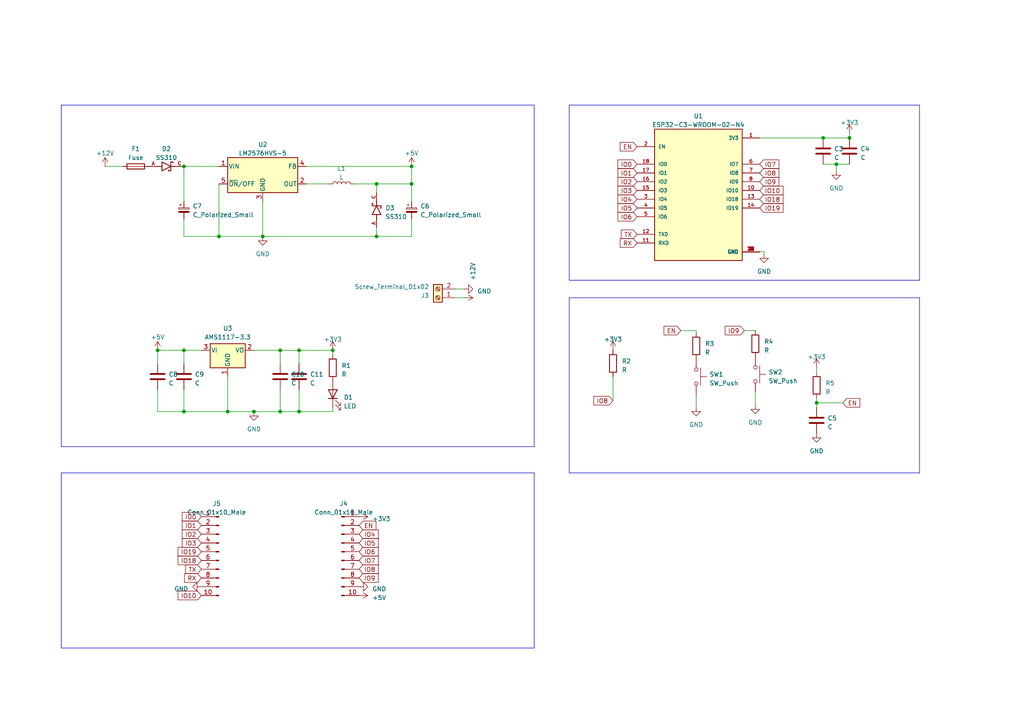
<source format=kicad_sch>
(kicad_sch (version 20230121) (generator eeschema)

  (uuid 0dd96246-d4d4-4c0d-858b-5240e7f4d07e)

  (paper "A4")

  (lib_symbols
    (symbol "Connector:Conn_01x10_Male" (pin_names (offset 1.016) hide) (in_bom yes) (on_board yes)
      (property "Reference" "J" (at 0 12.7 0)
        (effects (font (size 1.27 1.27)))
      )
      (property "Value" "Conn_01x10_Male" (at 0 -15.24 0)
        (effects (font (size 1.27 1.27)))
      )
      (property "Footprint" "" (at 0 0 0)
        (effects (font (size 1.27 1.27)) hide)
      )
      (property "Datasheet" "~" (at 0 0 0)
        (effects (font (size 1.27 1.27)) hide)
      )
      (property "ki_keywords" "connector" (at 0 0 0)
        (effects (font (size 1.27 1.27)) hide)
      )
      (property "ki_description" "Generic connector, single row, 01x10, script generated (kicad-library-utils/schlib/autogen/connector/)" (at 0 0 0)
        (effects (font (size 1.27 1.27)) hide)
      )
      (property "ki_fp_filters" "Connector*:*_1x??_*" (at 0 0 0)
        (effects (font (size 1.27 1.27)) hide)
      )
      (symbol "Conn_01x10_Male_1_1"
        (polyline
          (pts
            (xy 1.27 -12.7)
            (xy 0.8636 -12.7)
          )
          (stroke (width 0.1524) (type default))
          (fill (type none))
        )
        (polyline
          (pts
            (xy 1.27 -10.16)
            (xy 0.8636 -10.16)
          )
          (stroke (width 0.1524) (type default))
          (fill (type none))
        )
        (polyline
          (pts
            (xy 1.27 -7.62)
            (xy 0.8636 -7.62)
          )
          (stroke (width 0.1524) (type default))
          (fill (type none))
        )
        (polyline
          (pts
            (xy 1.27 -5.08)
            (xy 0.8636 -5.08)
          )
          (stroke (width 0.1524) (type default))
          (fill (type none))
        )
        (polyline
          (pts
            (xy 1.27 -2.54)
            (xy 0.8636 -2.54)
          )
          (stroke (width 0.1524) (type default))
          (fill (type none))
        )
        (polyline
          (pts
            (xy 1.27 0)
            (xy 0.8636 0)
          )
          (stroke (width 0.1524) (type default))
          (fill (type none))
        )
        (polyline
          (pts
            (xy 1.27 2.54)
            (xy 0.8636 2.54)
          )
          (stroke (width 0.1524) (type default))
          (fill (type none))
        )
        (polyline
          (pts
            (xy 1.27 5.08)
            (xy 0.8636 5.08)
          )
          (stroke (width 0.1524) (type default))
          (fill (type none))
        )
        (polyline
          (pts
            (xy 1.27 7.62)
            (xy 0.8636 7.62)
          )
          (stroke (width 0.1524) (type default))
          (fill (type none))
        )
        (polyline
          (pts
            (xy 1.27 10.16)
            (xy 0.8636 10.16)
          )
          (stroke (width 0.1524) (type default))
          (fill (type none))
        )
        (rectangle (start 0.8636 -12.573) (end 0 -12.827)
          (stroke (width 0.1524) (type default))
          (fill (type outline))
        )
        (rectangle (start 0.8636 -10.033) (end 0 -10.287)
          (stroke (width 0.1524) (type default))
          (fill (type outline))
        )
        (rectangle (start 0.8636 -7.493) (end 0 -7.747)
          (stroke (width 0.1524) (type default))
          (fill (type outline))
        )
        (rectangle (start 0.8636 -4.953) (end 0 -5.207)
          (stroke (width 0.1524) (type default))
          (fill (type outline))
        )
        (rectangle (start 0.8636 -2.413) (end 0 -2.667)
          (stroke (width 0.1524) (type default))
          (fill (type outline))
        )
        (rectangle (start 0.8636 0.127) (end 0 -0.127)
          (stroke (width 0.1524) (type default))
          (fill (type outline))
        )
        (rectangle (start 0.8636 2.667) (end 0 2.413)
          (stroke (width 0.1524) (type default))
          (fill (type outline))
        )
        (rectangle (start 0.8636 5.207) (end 0 4.953)
          (stroke (width 0.1524) (type default))
          (fill (type outline))
        )
        (rectangle (start 0.8636 7.747) (end 0 7.493)
          (stroke (width 0.1524) (type default))
          (fill (type outline))
        )
        (rectangle (start 0.8636 10.287) (end 0 10.033)
          (stroke (width 0.1524) (type default))
          (fill (type outline))
        )
        (pin passive line (at 5.08 10.16 180) (length 3.81)
          (name "Pin_1" (effects (font (size 1.27 1.27))))
          (number "1" (effects (font (size 1.27 1.27))))
        )
        (pin passive line (at 5.08 -12.7 180) (length 3.81)
          (name "Pin_10" (effects (font (size 1.27 1.27))))
          (number "10" (effects (font (size 1.27 1.27))))
        )
        (pin passive line (at 5.08 7.62 180) (length 3.81)
          (name "Pin_2" (effects (font (size 1.27 1.27))))
          (number "2" (effects (font (size 1.27 1.27))))
        )
        (pin passive line (at 5.08 5.08 180) (length 3.81)
          (name "Pin_3" (effects (font (size 1.27 1.27))))
          (number "3" (effects (font (size 1.27 1.27))))
        )
        (pin passive line (at 5.08 2.54 180) (length 3.81)
          (name "Pin_4" (effects (font (size 1.27 1.27))))
          (number "4" (effects (font (size 1.27 1.27))))
        )
        (pin passive line (at 5.08 0 180) (length 3.81)
          (name "Pin_5" (effects (font (size 1.27 1.27))))
          (number "5" (effects (font (size 1.27 1.27))))
        )
        (pin passive line (at 5.08 -2.54 180) (length 3.81)
          (name "Pin_6" (effects (font (size 1.27 1.27))))
          (number "6" (effects (font (size 1.27 1.27))))
        )
        (pin passive line (at 5.08 -5.08 180) (length 3.81)
          (name "Pin_7" (effects (font (size 1.27 1.27))))
          (number "7" (effects (font (size 1.27 1.27))))
        )
        (pin passive line (at 5.08 -7.62 180) (length 3.81)
          (name "Pin_8" (effects (font (size 1.27 1.27))))
          (number "8" (effects (font (size 1.27 1.27))))
        )
        (pin passive line (at 5.08 -10.16 180) (length 3.81)
          (name "Pin_9" (effects (font (size 1.27 1.27))))
          (number "9" (effects (font (size 1.27 1.27))))
        )
      )
    )
    (symbol "Connector:Screw_Terminal_01x02" (pin_names (offset 1.016) hide) (in_bom yes) (on_board yes)
      (property "Reference" "J" (at 0 2.54 0)
        (effects (font (size 1.27 1.27)))
      )
      (property "Value" "Screw_Terminal_01x02" (at 0 -5.08 0)
        (effects (font (size 1.27 1.27)))
      )
      (property "Footprint" "" (at 0 0 0)
        (effects (font (size 1.27 1.27)) hide)
      )
      (property "Datasheet" "~" (at 0 0 0)
        (effects (font (size 1.27 1.27)) hide)
      )
      (property "ki_keywords" "screw terminal" (at 0 0 0)
        (effects (font (size 1.27 1.27)) hide)
      )
      (property "ki_description" "Generic screw terminal, single row, 01x02, script generated (kicad-library-utils/schlib/autogen/connector/)" (at 0 0 0)
        (effects (font (size 1.27 1.27)) hide)
      )
      (property "ki_fp_filters" "TerminalBlock*:*" (at 0 0 0)
        (effects (font (size 1.27 1.27)) hide)
      )
      (symbol "Screw_Terminal_01x02_1_1"
        (rectangle (start -1.27 1.27) (end 1.27 -3.81)
          (stroke (width 0.254) (type default))
          (fill (type background))
        )
        (circle (center 0 -2.54) (radius 0.635)
          (stroke (width 0.1524) (type default))
          (fill (type none))
        )
        (polyline
          (pts
            (xy -0.5334 -2.2098)
            (xy 0.3302 -3.048)
          )
          (stroke (width 0.1524) (type default))
          (fill (type none))
        )
        (polyline
          (pts
            (xy -0.5334 0.3302)
            (xy 0.3302 -0.508)
          )
          (stroke (width 0.1524) (type default))
          (fill (type none))
        )
        (polyline
          (pts
            (xy -0.3556 -2.032)
            (xy 0.508 -2.8702)
          )
          (stroke (width 0.1524) (type default))
          (fill (type none))
        )
        (polyline
          (pts
            (xy -0.3556 0.508)
            (xy 0.508 -0.3302)
          )
          (stroke (width 0.1524) (type default))
          (fill (type none))
        )
        (circle (center 0 0) (radius 0.635)
          (stroke (width 0.1524) (type default))
          (fill (type none))
        )
        (pin passive line (at -5.08 0 0) (length 3.81)
          (name "Pin_1" (effects (font (size 1.27 1.27))))
          (number "1" (effects (font (size 1.27 1.27))))
        )
        (pin passive line (at -5.08 -2.54 0) (length 3.81)
          (name "Pin_2" (effects (font (size 1.27 1.27))))
          (number "2" (effects (font (size 1.27 1.27))))
        )
      )
    )
    (symbol "Device:C" (pin_numbers hide) (pin_names (offset 0.254)) (in_bom yes) (on_board yes)
      (property "Reference" "C" (at 0.635 2.54 0)
        (effects (font (size 1.27 1.27)) (justify left))
      )
      (property "Value" "C" (at 0.635 -2.54 0)
        (effects (font (size 1.27 1.27)) (justify left))
      )
      (property "Footprint" "" (at 0.9652 -3.81 0)
        (effects (font (size 1.27 1.27)) hide)
      )
      (property "Datasheet" "~" (at 0 0 0)
        (effects (font (size 1.27 1.27)) hide)
      )
      (property "ki_keywords" "cap capacitor" (at 0 0 0)
        (effects (font (size 1.27 1.27)) hide)
      )
      (property "ki_description" "Unpolarized capacitor" (at 0 0 0)
        (effects (font (size 1.27 1.27)) hide)
      )
      (property "ki_fp_filters" "C_*" (at 0 0 0)
        (effects (font (size 1.27 1.27)) hide)
      )
      (symbol "C_0_1"
        (polyline
          (pts
            (xy -2.032 -0.762)
            (xy 2.032 -0.762)
          )
          (stroke (width 0.508) (type default))
          (fill (type none))
        )
        (polyline
          (pts
            (xy -2.032 0.762)
            (xy 2.032 0.762)
          )
          (stroke (width 0.508) (type default))
          (fill (type none))
        )
      )
      (symbol "C_1_1"
        (pin passive line (at 0 3.81 270) (length 2.794)
          (name "~" (effects (font (size 1.27 1.27))))
          (number "1" (effects (font (size 1.27 1.27))))
        )
        (pin passive line (at 0 -3.81 90) (length 2.794)
          (name "~" (effects (font (size 1.27 1.27))))
          (number "2" (effects (font (size 1.27 1.27))))
        )
      )
    )
    (symbol "Device:C_Polarized_Small" (pin_numbers hide) (pin_names (offset 0.254) hide) (in_bom yes) (on_board yes)
      (property "Reference" "C" (at 0.254 1.778 0)
        (effects (font (size 1.27 1.27)) (justify left))
      )
      (property "Value" "C_Polarized_Small" (at 0.254 -2.032 0)
        (effects (font (size 1.27 1.27)) (justify left))
      )
      (property "Footprint" "" (at 0 0 0)
        (effects (font (size 1.27 1.27)) hide)
      )
      (property "Datasheet" "~" (at 0 0 0)
        (effects (font (size 1.27 1.27)) hide)
      )
      (property "ki_keywords" "cap capacitor" (at 0 0 0)
        (effects (font (size 1.27 1.27)) hide)
      )
      (property "ki_description" "Polarized capacitor, small symbol" (at 0 0 0)
        (effects (font (size 1.27 1.27)) hide)
      )
      (property "ki_fp_filters" "CP_*" (at 0 0 0)
        (effects (font (size 1.27 1.27)) hide)
      )
      (symbol "C_Polarized_Small_0_1"
        (rectangle (start -1.524 -0.3048) (end 1.524 -0.6858)
          (stroke (width 0) (type default))
          (fill (type outline))
        )
        (rectangle (start -1.524 0.6858) (end 1.524 0.3048)
          (stroke (width 0) (type default))
          (fill (type none))
        )
        (polyline
          (pts
            (xy -1.27 1.524)
            (xy -0.762 1.524)
          )
          (stroke (width 0) (type default))
          (fill (type none))
        )
        (polyline
          (pts
            (xy -1.016 1.27)
            (xy -1.016 1.778)
          )
          (stroke (width 0) (type default))
          (fill (type none))
        )
      )
      (symbol "C_Polarized_Small_1_1"
        (pin passive line (at 0 2.54 270) (length 1.8542)
          (name "~" (effects (font (size 1.27 1.27))))
          (number "1" (effects (font (size 1.27 1.27))))
        )
        (pin passive line (at 0 -2.54 90) (length 1.8542)
          (name "~" (effects (font (size 1.27 1.27))))
          (number "2" (effects (font (size 1.27 1.27))))
        )
      )
    )
    (symbol "Device:Fuse" (pin_numbers hide) (pin_names (offset 0)) (in_bom yes) (on_board yes)
      (property "Reference" "F" (at 2.032 0 90)
        (effects (font (size 1.27 1.27)))
      )
      (property "Value" "Fuse" (at -1.905 0 90)
        (effects (font (size 1.27 1.27)))
      )
      (property "Footprint" "" (at -1.778 0 90)
        (effects (font (size 1.27 1.27)) hide)
      )
      (property "Datasheet" "~" (at 0 0 0)
        (effects (font (size 1.27 1.27)) hide)
      )
      (property "ki_keywords" "fuse" (at 0 0 0)
        (effects (font (size 1.27 1.27)) hide)
      )
      (property "ki_description" "Fuse" (at 0 0 0)
        (effects (font (size 1.27 1.27)) hide)
      )
      (property "ki_fp_filters" "*Fuse*" (at 0 0 0)
        (effects (font (size 1.27 1.27)) hide)
      )
      (symbol "Fuse_0_1"
        (rectangle (start -0.762 -2.54) (end 0.762 2.54)
          (stroke (width 0.254) (type default))
          (fill (type none))
        )
        (polyline
          (pts
            (xy 0 2.54)
            (xy 0 -2.54)
          )
          (stroke (width 0) (type default))
          (fill (type none))
        )
      )
      (symbol "Fuse_1_1"
        (pin passive line (at 0 3.81 270) (length 1.27)
          (name "~" (effects (font (size 1.27 1.27))))
          (number "1" (effects (font (size 1.27 1.27))))
        )
        (pin passive line (at 0 -3.81 90) (length 1.27)
          (name "~" (effects (font (size 1.27 1.27))))
          (number "2" (effects (font (size 1.27 1.27))))
        )
      )
    )
    (symbol "Device:L" (pin_numbers hide) (pin_names (offset 1.016) hide) (in_bom yes) (on_board yes)
      (property "Reference" "L" (at -1.27 0 90)
        (effects (font (size 1.27 1.27)))
      )
      (property "Value" "L" (at 1.905 0 90)
        (effects (font (size 1.27 1.27)))
      )
      (property "Footprint" "" (at 0 0 0)
        (effects (font (size 1.27 1.27)) hide)
      )
      (property "Datasheet" "~" (at 0 0 0)
        (effects (font (size 1.27 1.27)) hide)
      )
      (property "ki_keywords" "inductor choke coil reactor magnetic" (at 0 0 0)
        (effects (font (size 1.27 1.27)) hide)
      )
      (property "ki_description" "Inductor" (at 0 0 0)
        (effects (font (size 1.27 1.27)) hide)
      )
      (property "ki_fp_filters" "Choke_* *Coil* Inductor_* L_*" (at 0 0 0)
        (effects (font (size 1.27 1.27)) hide)
      )
      (symbol "L_0_1"
        (arc (start 0 -2.54) (mid 0.6323 -1.905) (end 0 -1.27)
          (stroke (width 0) (type default))
          (fill (type none))
        )
        (arc (start 0 -1.27) (mid 0.6323 -0.635) (end 0 0)
          (stroke (width 0) (type default))
          (fill (type none))
        )
        (arc (start 0 0) (mid 0.6323 0.635) (end 0 1.27)
          (stroke (width 0) (type default))
          (fill (type none))
        )
        (arc (start 0 1.27) (mid 0.6323 1.905) (end 0 2.54)
          (stroke (width 0) (type default))
          (fill (type none))
        )
      )
      (symbol "L_1_1"
        (pin passive line (at 0 3.81 270) (length 1.27)
          (name "1" (effects (font (size 1.27 1.27))))
          (number "1" (effects (font (size 1.27 1.27))))
        )
        (pin passive line (at 0 -3.81 90) (length 1.27)
          (name "2" (effects (font (size 1.27 1.27))))
          (number "2" (effects (font (size 1.27 1.27))))
        )
      )
    )
    (symbol "Device:LED" (pin_numbers hide) (pin_names (offset 1.016) hide) (in_bom yes) (on_board yes)
      (property "Reference" "D" (at 0 2.54 0)
        (effects (font (size 1.27 1.27)))
      )
      (property "Value" "LED" (at 0 -2.54 0)
        (effects (font (size 1.27 1.27)))
      )
      (property "Footprint" "" (at 0 0 0)
        (effects (font (size 1.27 1.27)) hide)
      )
      (property "Datasheet" "~" (at 0 0 0)
        (effects (font (size 1.27 1.27)) hide)
      )
      (property "ki_keywords" "LED diode" (at 0 0 0)
        (effects (font (size 1.27 1.27)) hide)
      )
      (property "ki_description" "Light emitting diode" (at 0 0 0)
        (effects (font (size 1.27 1.27)) hide)
      )
      (property "ki_fp_filters" "LED* LED_SMD:* LED_THT:*" (at 0 0 0)
        (effects (font (size 1.27 1.27)) hide)
      )
      (symbol "LED_0_1"
        (polyline
          (pts
            (xy -1.27 -1.27)
            (xy -1.27 1.27)
          )
          (stroke (width 0.254) (type default))
          (fill (type none))
        )
        (polyline
          (pts
            (xy -1.27 0)
            (xy 1.27 0)
          )
          (stroke (width 0) (type default))
          (fill (type none))
        )
        (polyline
          (pts
            (xy 1.27 -1.27)
            (xy 1.27 1.27)
            (xy -1.27 0)
            (xy 1.27 -1.27)
          )
          (stroke (width 0.254) (type default))
          (fill (type none))
        )
        (polyline
          (pts
            (xy -3.048 -0.762)
            (xy -4.572 -2.286)
            (xy -3.81 -2.286)
            (xy -4.572 -2.286)
            (xy -4.572 -1.524)
          )
          (stroke (width 0) (type default))
          (fill (type none))
        )
        (polyline
          (pts
            (xy -1.778 -0.762)
            (xy -3.302 -2.286)
            (xy -2.54 -2.286)
            (xy -3.302 -2.286)
            (xy -3.302 -1.524)
          )
          (stroke (width 0) (type default))
          (fill (type none))
        )
      )
      (symbol "LED_1_1"
        (pin passive line (at -3.81 0 0) (length 2.54)
          (name "K" (effects (font (size 1.27 1.27))))
          (number "1" (effects (font (size 1.27 1.27))))
        )
        (pin passive line (at 3.81 0 180) (length 2.54)
          (name "A" (effects (font (size 1.27 1.27))))
          (number "2" (effects (font (size 1.27 1.27))))
        )
      )
    )
    (symbol "Device:R" (pin_numbers hide) (pin_names (offset 0)) (in_bom yes) (on_board yes)
      (property "Reference" "R" (at 2.032 0 90)
        (effects (font (size 1.27 1.27)))
      )
      (property "Value" "R" (at 0 0 90)
        (effects (font (size 1.27 1.27)))
      )
      (property "Footprint" "" (at -1.778 0 90)
        (effects (font (size 1.27 1.27)) hide)
      )
      (property "Datasheet" "~" (at 0 0 0)
        (effects (font (size 1.27 1.27)) hide)
      )
      (property "ki_keywords" "R res resistor" (at 0 0 0)
        (effects (font (size 1.27 1.27)) hide)
      )
      (property "ki_description" "Resistor" (at 0 0 0)
        (effects (font (size 1.27 1.27)) hide)
      )
      (property "ki_fp_filters" "R_*" (at 0 0 0)
        (effects (font (size 1.27 1.27)) hide)
      )
      (symbol "R_0_1"
        (rectangle (start -1.016 -2.54) (end 1.016 2.54)
          (stroke (width 0.254) (type default))
          (fill (type none))
        )
      )
      (symbol "R_1_1"
        (pin passive line (at 0 3.81 270) (length 1.27)
          (name "~" (effects (font (size 1.27 1.27))))
          (number "1" (effects (font (size 1.27 1.27))))
        )
        (pin passive line (at 0 -3.81 90) (length 1.27)
          (name "~" (effects (font (size 1.27 1.27))))
          (number "2" (effects (font (size 1.27 1.27))))
        )
      )
    )
    (symbol "ESP32-C3-WROOM-02-N4:ESP32-C3-WROOM-02-N4" (pin_names (offset 1.016)) (in_bom yes) (on_board yes)
      (property "Reference" "U" (at -12.7 21.082 0)
        (effects (font (size 1.27 1.27)) (justify left bottom))
      )
      (property "Value" "ESP32-C3-WROOM-02-N4" (at -12.7 -18.542 0)
        (effects (font (size 1.27 1.27)) (justify left top))
      )
      (property "Footprint" "MODULE_ESP32-C3-WROOM-02-H4" (at 0 0 0)
        (effects (font (size 1.27 1.27)) (justify bottom) hide)
      )
      (property "Datasheet" "" (at 0 0 0)
        (effects (font (size 1.27 1.27)) hide)
      )
      (property "MP" "ESP32-C3-WROOM-02-H4" (at 0 0 0)
        (effects (font (size 1.27 1.27)) (justify bottom) hide)
      )
      (property "AVAILABILITY" "In Stock" (at 0 0 0)
        (effects (font (size 1.27 1.27)) (justify bottom) hide)
      )
      (property "MF" "Espressif Systems" (at 0 0 0)
        (effects (font (size 1.27 1.27)) (justify bottom) hide)
      )
      (property "DESCRIPTION" "WiFi Modules (802.11) (Engineering Samples) SMD module, ESP32-C3, 4MB SPI flash, PCB antenna, -40 C +105 C" (at 0 0 0)
        (effects (font (size 1.27 1.27)) (justify bottom) hide)
      )
      (property "PACKAGE" "Package" (at 0 0 0)
        (effects (font (size 1.27 1.27)) (justify bottom) hide)
      )
      (property "PRICE" "None" (at 0 0 0)
        (effects (font (size 1.27 1.27)) (justify bottom) hide)
      )
      (property "PURCHASE-URL" "https://pricing.snapeda.com/search/part/ESP32-C3-WROOM-02-H4/?ref=eda" (at 0 0 0)
        (effects (font (size 1.27 1.27)) (justify bottom) hide)
      )
      (symbol "ESP32-C3-WROOM-02-N4_0_0"
        (rectangle (start -12.7 -17.78) (end 12.7 20.32)
          (stroke (width 0.254) (type default))
          (fill (type background))
        )
        (pin power_in line (at 17.78 17.78 180) (length 5.08)
          (name "3V3" (effects (font (size 1.016 1.016))))
          (number "1" (effects (font (size 1.016 1.016))))
        )
        (pin bidirectional line (at 17.78 2.54 180) (length 5.08)
          (name "IO10" (effects (font (size 1.016 1.016))))
          (number "10" (effects (font (size 1.016 1.016))))
        )
        (pin bidirectional line (at -17.78 -12.7 0) (length 5.08)
          (name "RXD" (effects (font (size 1.016 1.016))))
          (number "11" (effects (font (size 1.016 1.016))))
        )
        (pin bidirectional line (at -17.78 -10.16 0) (length 5.08)
          (name "TXD" (effects (font (size 1.016 1.016))))
          (number "12" (effects (font (size 1.016 1.016))))
        )
        (pin bidirectional line (at 17.78 0 180) (length 5.08)
          (name "IO18" (effects (font (size 1.016 1.016))))
          (number "13" (effects (font (size 1.016 1.016))))
        )
        (pin bidirectional line (at 17.78 -2.54 180) (length 5.08)
          (name "IO19" (effects (font (size 1.016 1.016))))
          (number "14" (effects (font (size 1.016 1.016))))
        )
        (pin bidirectional line (at -17.78 2.54 0) (length 5.08)
          (name "IO3" (effects (font (size 1.016 1.016))))
          (number "15" (effects (font (size 1.016 1.016))))
        )
        (pin bidirectional line (at -17.78 5.08 0) (length 5.08)
          (name "IO2" (effects (font (size 1.016 1.016))))
          (number "16" (effects (font (size 1.016 1.016))))
        )
        (pin bidirectional line (at -17.78 7.62 0) (length 5.08)
          (name "IO1" (effects (font (size 1.016 1.016))))
          (number "17" (effects (font (size 1.016 1.016))))
        )
        (pin bidirectional line (at -17.78 10.16 0) (length 5.08)
          (name "IO0" (effects (font (size 1.016 1.016))))
          (number "18" (effects (font (size 1.016 1.016))))
        )
        (pin power_in line (at 17.78 -15.24 180) (length 5.08)
          (name "GND" (effects (font (size 1.016 1.016))))
          (number "19" (effects (font (size 1.016 1.016))))
        )
        (pin input line (at -17.78 15.24 0) (length 5.08)
          (name "EN" (effects (font (size 1.016 1.016))))
          (number "2" (effects (font (size 1.016 1.016))))
        )
        (pin power_in line (at 17.78 -15.24 180) (length 5.08)
          (name "GND" (effects (font (size 1.016 1.016))))
          (number "20" (effects (font (size 1.016 1.016))))
        )
        (pin power_in line (at 17.78 -15.24 180) (length 5.08)
          (name "GND" (effects (font (size 1.016 1.016))))
          (number "21" (effects (font (size 1.016 1.016))))
        )
        (pin power_in line (at 17.78 -15.24 180) (length 5.08)
          (name "GND" (effects (font (size 1.016 1.016))))
          (number "22" (effects (font (size 1.016 1.016))))
        )
        (pin power_in line (at 17.78 -15.24 180) (length 5.08)
          (name "GND" (effects (font (size 1.016 1.016))))
          (number "23" (effects (font (size 1.016 1.016))))
        )
        (pin power_in line (at 17.78 -15.24 180) (length 5.08)
          (name "GND" (effects (font (size 1.016 1.016))))
          (number "24" (effects (font (size 1.016 1.016))))
        )
        (pin power_in line (at 17.78 -15.24 180) (length 5.08)
          (name "GND" (effects (font (size 1.016 1.016))))
          (number "25" (effects (font (size 1.016 1.016))))
        )
        (pin power_in line (at 17.78 -15.24 180) (length 5.08)
          (name "GND" (effects (font (size 1.016 1.016))))
          (number "26" (effects (font (size 1.016 1.016))))
        )
        (pin power_in line (at 17.78 -15.24 180) (length 5.08)
          (name "GND" (effects (font (size 1.016 1.016))))
          (number "27" (effects (font (size 1.016 1.016))))
        )
        (pin power_in line (at 17.78 -15.24 180) (length 5.08)
          (name "GND" (effects (font (size 1.016 1.016))))
          (number "28" (effects (font (size 1.016 1.016))))
        )
        (pin power_in line (at 17.78 -15.24 180) (length 5.08)
          (name "GND" (effects (font (size 1.016 1.016))))
          (number "29" (effects (font (size 1.016 1.016))))
        )
        (pin bidirectional line (at -17.78 0 0) (length 5.08)
          (name "IO4" (effects (font (size 1.016 1.016))))
          (number "3" (effects (font (size 1.016 1.016))))
        )
        (pin power_in line (at 17.78 -15.24 180) (length 5.08)
          (name "GND" (effects (font (size 1.016 1.016))))
          (number "30" (effects (font (size 1.016 1.016))))
        )
        (pin power_in line (at 17.78 -15.24 180) (length 5.08)
          (name "GND" (effects (font (size 1.016 1.016))))
          (number "31" (effects (font (size 1.016 1.016))))
        )
        (pin power_in line (at 17.78 -15.24 180) (length 5.08)
          (name "GND" (effects (font (size 1.016 1.016))))
          (number "32" (effects (font (size 1.016 1.016))))
        )
        (pin power_in line (at 17.78 -15.24 180) (length 5.08)
          (name "GND" (effects (font (size 1.016 1.016))))
          (number "33" (effects (font (size 1.016 1.016))))
        )
        (pin power_in line (at 17.78 -15.24 180) (length 5.08)
          (name "GND" (effects (font (size 1.016 1.016))))
          (number "34" (effects (font (size 1.016 1.016))))
        )
        (pin power_in line (at 17.78 -15.24 180) (length 5.08)
          (name "GND" (effects (font (size 1.016 1.016))))
          (number "35" (effects (font (size 1.016 1.016))))
        )
        (pin power_in line (at 17.78 -15.24 180) (length 5.08)
          (name "GND" (effects (font (size 1.016 1.016))))
          (number "36" (effects (font (size 1.016 1.016))))
        )
        (pin power_in line (at 17.78 -15.24 180) (length 5.08)
          (name "GND" (effects (font (size 1.016 1.016))))
          (number "37" (effects (font (size 1.016 1.016))))
        )
        (pin power_in line (at 17.78 -15.24 180) (length 5.08)
          (name "GND" (effects (font (size 1.016 1.016))))
          (number "38" (effects (font (size 1.016 1.016))))
        )
        (pin power_in line (at 17.78 -15.24 180) (length 5.08)
          (name "GND" (effects (font (size 1.016 1.016))))
          (number "39" (effects (font (size 1.016 1.016))))
        )
        (pin bidirectional line (at -17.78 -2.54 0) (length 5.08)
          (name "IO5" (effects (font (size 1.016 1.016))))
          (number "4" (effects (font (size 1.016 1.016))))
        )
        (pin bidirectional line (at -17.78 -5.08 0) (length 5.08)
          (name "IO6" (effects (font (size 1.016 1.016))))
          (number "5" (effects (font (size 1.016 1.016))))
        )
        (pin bidirectional line (at 17.78 10.16 180) (length 5.08)
          (name "IO7" (effects (font (size 1.016 1.016))))
          (number "6" (effects (font (size 1.016 1.016))))
        )
        (pin bidirectional line (at 17.78 7.62 180) (length 5.08)
          (name "IO8" (effects (font (size 1.016 1.016))))
          (number "7" (effects (font (size 1.016 1.016))))
        )
        (pin bidirectional line (at 17.78 5.08 180) (length 5.08)
          (name "IO9" (effects (font (size 1.016 1.016))))
          (number "8" (effects (font (size 1.016 1.016))))
        )
        (pin power_in line (at 17.78 -15.24 180) (length 5.08)
          (name "GND" (effects (font (size 1.016 1.016))))
          (number "9" (effects (font (size 1.016 1.016))))
        )
      )
    )
    (symbol "Regulator_Linear:AMS1117-3.3" (pin_names (offset 0.254)) (in_bom yes) (on_board yes)
      (property "Reference" "U" (at -3.81 3.175 0)
        (effects (font (size 1.27 1.27)))
      )
      (property "Value" "AMS1117-3.3" (at 0 3.175 0)
        (effects (font (size 1.27 1.27)) (justify left))
      )
      (property "Footprint" "Package_TO_SOT_SMD:SOT-223-3_TabPin2" (at 0 5.08 0)
        (effects (font (size 1.27 1.27)) hide)
      )
      (property "Datasheet" "http://www.advanced-monolithic.com/pdf/ds1117.pdf" (at 2.54 -6.35 0)
        (effects (font (size 1.27 1.27)) hide)
      )
      (property "ki_keywords" "linear regulator ldo fixed positive" (at 0 0 0)
        (effects (font (size 1.27 1.27)) hide)
      )
      (property "ki_description" "1A Low Dropout regulator, positive, 3.3V fixed output, SOT-223" (at 0 0 0)
        (effects (font (size 1.27 1.27)) hide)
      )
      (property "ki_fp_filters" "SOT?223*TabPin2*" (at 0 0 0)
        (effects (font (size 1.27 1.27)) hide)
      )
      (symbol "AMS1117-3.3_0_1"
        (rectangle (start -5.08 -5.08) (end 5.08 1.905)
          (stroke (width 0.254) (type default))
          (fill (type background))
        )
      )
      (symbol "AMS1117-3.3_1_1"
        (pin power_in line (at 0 -7.62 90) (length 2.54)
          (name "GND" (effects (font (size 1.27 1.27))))
          (number "1" (effects (font (size 1.27 1.27))))
        )
        (pin power_out line (at 7.62 0 180) (length 2.54)
          (name "VO" (effects (font (size 1.27 1.27))))
          (number "2" (effects (font (size 1.27 1.27))))
        )
        (pin power_in line (at -7.62 0 0) (length 2.54)
          (name "VI" (effects (font (size 1.27 1.27))))
          (number "3" (effects (font (size 1.27 1.27))))
        )
      )
    )
    (symbol "Regulator_Switching:LM2576HVS-5" (pin_names (offset 0.254)) (in_bom yes) (on_board yes)
      (property "Reference" "U" (at -10.16 6.35 0)
        (effects (font (size 1.27 1.27)) (justify left))
      )
      (property "Value" "LM2576HVS-5" (at 0 6.35 0)
        (effects (font (size 1.27 1.27)) (justify left))
      )
      (property "Footprint" "Package_TO_SOT_SMD:TO-263-5_TabPin3" (at 0 -6.35 0)
        (effects (font (size 1.27 1.27) italic) (justify left) hide)
      )
      (property "Datasheet" "http://www.ti.com/lit/ds/symlink/lm2576.pdf" (at 0 0 0)
        (effects (font (size 1.27 1.27)) hide)
      )
      (property "ki_keywords" "Step-Down Voltage Regulator 5V 3A High Voltage" (at 0 0 0)
        (effects (font (size 1.27 1.27)) hide)
      )
      (property "ki_description" "5V 3A, SIMPLE SWITCHER® Step-Down Voltage Regulator, High Voltage Input, TO-263" (at 0 0 0)
        (effects (font (size 1.27 1.27)) hide)
      )
      (property "ki_fp_filters" "TO?263*" (at 0 0 0)
        (effects (font (size 1.27 1.27)) hide)
      )
      (symbol "LM2576HVS-5_0_1"
        (rectangle (start -10.16 5.08) (end 10.16 -5.08)
          (stroke (width 0.254) (type default))
          (fill (type background))
        )
      )
      (symbol "LM2576HVS-5_1_1"
        (pin power_in line (at -12.7 2.54 0) (length 2.54)
          (name "VIN" (effects (font (size 1.27 1.27))))
          (number "1" (effects (font (size 1.27 1.27))))
        )
        (pin output line (at 12.7 -2.54 180) (length 2.54)
          (name "OUT" (effects (font (size 1.27 1.27))))
          (number "2" (effects (font (size 1.27 1.27))))
        )
        (pin power_in line (at 0 -7.62 90) (length 2.54)
          (name "GND" (effects (font (size 1.27 1.27))))
          (number "3" (effects (font (size 1.27 1.27))))
        )
        (pin input line (at 12.7 2.54 180) (length 2.54)
          (name "FB" (effects (font (size 1.27 1.27))))
          (number "4" (effects (font (size 1.27 1.27))))
        )
        (pin input line (at -12.7 -2.54 0) (length 2.54)
          (name "~{ON}/OFF" (effects (font (size 1.27 1.27))))
          (number "5" (effects (font (size 1.27 1.27))))
        )
      )
    )
    (symbol "SS310:SS310" (pin_names (offset 1.016)) (in_bom yes) (on_board yes)
      (property "Reference" "D" (at -5.08 2.54 0)
        (effects (font (size 1.27 1.27)) (justify left bottom))
      )
      (property "Value" "SS310" (at -5.08 -3.81 0)
        (effects (font (size 1.27 1.27)) (justify left bottom))
      )
      (property "Footprint" "DIOM6859X262N" (at 0 0 0)
        (effects (font (size 1.27 1.27)) (justify bottom) hide)
      )
      (property "Datasheet" "" (at 0 0 0)
        (effects (font (size 1.27 1.27)) hide)
      )
      (property "PARTREV" "Q2102" (at 0 0 0)
        (effects (font (size 1.27 1.27)) (justify bottom) hide)
      )
      (property "STANDARD" "IPC-7351B" (at 0 0 0)
        (effects (font (size 1.27 1.27)) (justify bottom) hide)
      )
      (property "MAXIMUM_PACKAGE_HEIGHT" "2.62 mm" (at 0 0 0)
        (effects (font (size 1.27 1.27)) (justify bottom) hide)
      )
      (property "MANUFACTURER" "Taiwan Semiconductor" (at 0 0 0)
        (effects (font (size 1.27 1.27)) (justify bottom) hide)
      )
      (symbol "SS310_0_0"
        (polyline
          (pts
            (xy -2.54 0)
            (xy -1.27 0)
          )
          (stroke (width 0.254) (type default))
          (fill (type none))
        )
        (polyline
          (pts
            (xy -1.27 -1.27)
            (xy 1.27 0)
          )
          (stroke (width 0.254) (type default))
          (fill (type none))
        )
        (polyline
          (pts
            (xy -1.27 0)
            (xy -1.27 -1.27)
          )
          (stroke (width 0.254) (type default))
          (fill (type none))
        )
        (polyline
          (pts
            (xy -1.27 1.27)
            (xy -1.27 0)
          )
          (stroke (width 0.254) (type default))
          (fill (type none))
        )
        (polyline
          (pts
            (xy 0.635 -1.016)
            (xy 0.635 -1.27)
          )
          (stroke (width 0.254) (type default))
          (fill (type none))
        )
        (polyline
          (pts
            (xy 1.27 -1.27)
            (xy 0.635 -1.27)
          )
          (stroke (width 0.254) (type default))
          (fill (type none))
        )
        (polyline
          (pts
            (xy 1.27 0)
            (xy -1.27 1.27)
          )
          (stroke (width 0.254) (type default))
          (fill (type none))
        )
        (polyline
          (pts
            (xy 1.27 0)
            (xy 1.27 -1.27)
          )
          (stroke (width 0.254) (type default))
          (fill (type none))
        )
        (polyline
          (pts
            (xy 1.27 1.27)
            (xy 1.27 0)
          )
          (stroke (width 0.254) (type default))
          (fill (type none))
        )
        (polyline
          (pts
            (xy 1.905 1.27)
            (xy 1.27 1.27)
          )
          (stroke (width 0.254) (type default))
          (fill (type none))
        )
        (polyline
          (pts
            (xy 1.905 1.27)
            (xy 1.905 1.016)
          )
          (stroke (width 0.254) (type default))
          (fill (type none))
        )
        (polyline
          (pts
            (xy 2.54 0)
            (xy 1.27 0)
          )
          (stroke (width 0.254) (type default))
          (fill (type none))
        )
        (pin passive line (at -5.08 0 0) (length 2.54)
          (name "~" (effects (font (size 1.016 1.016))))
          (number "A" (effects (font (size 1.016 1.016))))
        )
        (pin passive line (at 5.08 0 180) (length 2.54)
          (name "~" (effects (font (size 1.016 1.016))))
          (number "C" (effects (font (size 1.016 1.016))))
        )
      )
    )
    (symbol "Switch:SW_Push" (pin_numbers hide) (pin_names (offset 1.016) hide) (in_bom yes) (on_board yes)
      (property "Reference" "SW" (at 1.27 2.54 0)
        (effects (font (size 1.27 1.27)) (justify left))
      )
      (property "Value" "SW_Push" (at 0 -1.524 0)
        (effects (font (size 1.27 1.27)))
      )
      (property "Footprint" "" (at 0 5.08 0)
        (effects (font (size 1.27 1.27)) hide)
      )
      (property "Datasheet" "~" (at 0 5.08 0)
        (effects (font (size 1.27 1.27)) hide)
      )
      (property "ki_keywords" "switch normally-open pushbutton push-button" (at 0 0 0)
        (effects (font (size 1.27 1.27)) hide)
      )
      (property "ki_description" "Push button switch, generic, two pins" (at 0 0 0)
        (effects (font (size 1.27 1.27)) hide)
      )
      (symbol "SW_Push_0_1"
        (circle (center -2.032 0) (radius 0.508)
          (stroke (width 0) (type default))
          (fill (type none))
        )
        (polyline
          (pts
            (xy 0 1.27)
            (xy 0 3.048)
          )
          (stroke (width 0) (type default))
          (fill (type none))
        )
        (polyline
          (pts
            (xy 2.54 1.27)
            (xy -2.54 1.27)
          )
          (stroke (width 0) (type default))
          (fill (type none))
        )
        (circle (center 2.032 0) (radius 0.508)
          (stroke (width 0) (type default))
          (fill (type none))
        )
        (pin passive line (at -5.08 0 0) (length 2.54)
          (name "1" (effects (font (size 1.27 1.27))))
          (number "1" (effects (font (size 1.27 1.27))))
        )
        (pin passive line (at 5.08 0 180) (length 2.54)
          (name "2" (effects (font (size 1.27 1.27))))
          (number "2" (effects (font (size 1.27 1.27))))
        )
      )
    )
    (symbol "power:+12V" (power) (pin_names (offset 0)) (in_bom yes) (on_board yes)
      (property "Reference" "#PWR" (at 0 -3.81 0)
        (effects (font (size 1.27 1.27)) hide)
      )
      (property "Value" "+12V" (at 0 3.556 0)
        (effects (font (size 1.27 1.27)))
      )
      (property "Footprint" "" (at 0 0 0)
        (effects (font (size 1.27 1.27)) hide)
      )
      (property "Datasheet" "" (at 0 0 0)
        (effects (font (size 1.27 1.27)) hide)
      )
      (property "ki_keywords" "power-flag" (at 0 0 0)
        (effects (font (size 1.27 1.27)) hide)
      )
      (property "ki_description" "Power symbol creates a global label with name \"+12V\"" (at 0 0 0)
        (effects (font (size 1.27 1.27)) hide)
      )
      (symbol "+12V_0_1"
        (polyline
          (pts
            (xy -0.762 1.27)
            (xy 0 2.54)
          )
          (stroke (width 0) (type default))
          (fill (type none))
        )
        (polyline
          (pts
            (xy 0 0)
            (xy 0 2.54)
          )
          (stroke (width 0) (type default))
          (fill (type none))
        )
        (polyline
          (pts
            (xy 0 2.54)
            (xy 0.762 1.27)
          )
          (stroke (width 0) (type default))
          (fill (type none))
        )
      )
      (symbol "+12V_1_1"
        (pin power_in line (at 0 0 90) (length 0) hide
          (name "+12V" (effects (font (size 1.27 1.27))))
          (number "1" (effects (font (size 1.27 1.27))))
        )
      )
    )
    (symbol "power:+3V3" (power) (pin_names (offset 0)) (in_bom yes) (on_board yes)
      (property "Reference" "#PWR" (at 0 -3.81 0)
        (effects (font (size 1.27 1.27)) hide)
      )
      (property "Value" "+3V3" (at 0 3.556 0)
        (effects (font (size 1.27 1.27)))
      )
      (property "Footprint" "" (at 0 0 0)
        (effects (font (size 1.27 1.27)) hide)
      )
      (property "Datasheet" "" (at 0 0 0)
        (effects (font (size 1.27 1.27)) hide)
      )
      (property "ki_keywords" "power-flag" (at 0 0 0)
        (effects (font (size 1.27 1.27)) hide)
      )
      (property "ki_description" "Power symbol creates a global label with name \"+3V3\"" (at 0 0 0)
        (effects (font (size 1.27 1.27)) hide)
      )
      (symbol "+3V3_0_1"
        (polyline
          (pts
            (xy -0.762 1.27)
            (xy 0 2.54)
          )
          (stroke (width 0) (type default))
          (fill (type none))
        )
        (polyline
          (pts
            (xy 0 0)
            (xy 0 2.54)
          )
          (stroke (width 0) (type default))
          (fill (type none))
        )
        (polyline
          (pts
            (xy 0 2.54)
            (xy 0.762 1.27)
          )
          (stroke (width 0) (type default))
          (fill (type none))
        )
      )
      (symbol "+3V3_1_1"
        (pin power_in line (at 0 0 90) (length 0) hide
          (name "+3V3" (effects (font (size 1.27 1.27))))
          (number "1" (effects (font (size 1.27 1.27))))
        )
      )
    )
    (symbol "power:+5V" (power) (pin_names (offset 0)) (in_bom yes) (on_board yes)
      (property "Reference" "#PWR" (at 0 -3.81 0)
        (effects (font (size 1.27 1.27)) hide)
      )
      (property "Value" "+5V" (at 0 3.556 0)
        (effects (font (size 1.27 1.27)))
      )
      (property "Footprint" "" (at 0 0 0)
        (effects (font (size 1.27 1.27)) hide)
      )
      (property "Datasheet" "" (at 0 0 0)
        (effects (font (size 1.27 1.27)) hide)
      )
      (property "ki_keywords" "power-flag" (at 0 0 0)
        (effects (font (size 1.27 1.27)) hide)
      )
      (property "ki_description" "Power symbol creates a global label with name \"+5V\"" (at 0 0 0)
        (effects (font (size 1.27 1.27)) hide)
      )
      (symbol "+5V_0_1"
        (polyline
          (pts
            (xy -0.762 1.27)
            (xy 0 2.54)
          )
          (stroke (width 0) (type default))
          (fill (type none))
        )
        (polyline
          (pts
            (xy 0 0)
            (xy 0 2.54)
          )
          (stroke (width 0) (type default))
          (fill (type none))
        )
        (polyline
          (pts
            (xy 0 2.54)
            (xy 0.762 1.27)
          )
          (stroke (width 0) (type default))
          (fill (type none))
        )
      )
      (symbol "+5V_1_1"
        (pin power_in line (at 0 0 90) (length 0) hide
          (name "+5V" (effects (font (size 1.27 1.27))))
          (number "1" (effects (font (size 1.27 1.27))))
        )
      )
    )
    (symbol "power:GND" (power) (pin_names (offset 0)) (in_bom yes) (on_board yes)
      (property "Reference" "#PWR" (at 0 -6.35 0)
        (effects (font (size 1.27 1.27)) hide)
      )
      (property "Value" "GND" (at 0 -3.81 0)
        (effects (font (size 1.27 1.27)))
      )
      (property "Footprint" "" (at 0 0 0)
        (effects (font (size 1.27 1.27)) hide)
      )
      (property "Datasheet" "" (at 0 0 0)
        (effects (font (size 1.27 1.27)) hide)
      )
      (property "ki_keywords" "power-flag" (at 0 0 0)
        (effects (font (size 1.27 1.27)) hide)
      )
      (property "ki_description" "Power symbol creates a global label with name \"GND\" , ground" (at 0 0 0)
        (effects (font (size 1.27 1.27)) hide)
      )
      (symbol "GND_0_1"
        (polyline
          (pts
            (xy 0 0)
            (xy 0 -1.27)
            (xy 1.27 -1.27)
            (xy 0 -2.54)
            (xy -1.27 -1.27)
            (xy 0 -1.27)
          )
          (stroke (width 0) (type default))
          (fill (type none))
        )
      )
      (symbol "GND_1_1"
        (pin power_in line (at 0 0 270) (length 0) hide
          (name "GND" (effects (font (size 1.27 1.27))))
          (number "1" (effects (font (size 1.27 1.27))))
        )
      )
    )
  )

  (junction (at 53.34 119.38) (diameter 0) (color 0 0 0 0)
    (uuid 1b205baf-f56f-42d3-9efa-16efbfa96298)
  )
  (junction (at 119.38 53.34) (diameter 0) (color 0 0 0 0)
    (uuid 2bfd8761-1176-43a7-ad74-695647b97587)
  )
  (junction (at 73.66 119.38) (diameter 0) (color 0 0 0 0)
    (uuid 34af2e9c-c352-4f2f-a036-9fe1057207c9)
  )
  (junction (at 86.7411 119.38) (diameter 0) (color 0 0 0 0)
    (uuid 3a8c6606-3826-4a81-afca-a7d30d52ea27)
  )
  (junction (at 53.34 48.26) (diameter 0) (color 0 0 0 0)
    (uuid 3adc7a5c-5c57-4f53-a094-b2f3c0a1f713)
  )
  (junction (at 109.22 53.34) (diameter 0) (color 0 0 0 0)
    (uuid 3bfe3900-b44b-4a32-8b5d-d27d3fd42f94)
  )
  (junction (at 45.72 101.6) (diameter 0) (color 0 0 0 0)
    (uuid 4b51ad8a-98ae-457b-80ae-9049b0d64d2e)
  )
  (junction (at 119.38 48.26) (diameter 0) (color 0 0 0 0)
    (uuid 4bfc1abe-6443-46fb-8f57-07a014900b92)
  )
  (junction (at 242.57 47.625) (diameter 0) (color 0 0 0 0)
    (uuid 69256a76-ba83-4964-96c4-1e434affc8ad)
  )
  (junction (at 238.76 40.005) (diameter 0) (color 0 0 0 0)
    (uuid 82f9150c-8e65-42d9-bf80-3389b6bcc8bf)
  )
  (junction (at 53.34 101.6) (diameter 0) (color 0 0 0 0)
    (uuid 9c78231c-c4cb-414a-9237-6c3337778529)
  )
  (junction (at 76.2 68.58) (diameter 0) (color 0 0 0 0)
    (uuid acaec5e9-b984-4c31-9b97-3bc0b11958d7)
  )
  (junction (at 246.38 40.005) (diameter 0) (color 0 0 0 0)
    (uuid b4201026-35ce-47a3-8a62-29e0763c394a)
  )
  (junction (at 96.52 101.6) (diameter 0) (color 0 0 0 0)
    (uuid b5d47790-ffda-47bf-a7aa-fb1ee9c9e2d7)
  )
  (junction (at 86.7411 101.6) (diameter 0) (color 0 0 0 0)
    (uuid be5b04a4-67d8-4b53-9b4e-ca2ab9733062)
  )
  (junction (at 66.04 119.38) (diameter 0) (color 0 0 0 0)
    (uuid c4a71eb9-32b6-4ca3-b60b-d86b562c7096)
  )
  (junction (at 109.22 68.58) (diameter 0) (color 0 0 0 0)
    (uuid e8a90589-b639-4992-9d64-0cb4d90c92cb)
  )
  (junction (at 63.5 68.58) (diameter 0) (color 0 0 0 0)
    (uuid e942e933-db1a-4359-94b8-b1aeac83c8dc)
  )
  (junction (at 81.28 101.6) (diameter 0) (color 0 0 0 0)
    (uuid e9eb3d61-2f78-4076-9f9c-deebd8173f15)
  )
  (junction (at 236.855 116.84) (diameter 0) (color 0 0 0 0)
    (uuid eae82ce5-1435-4499-8fb4-5b9337dd4af4)
  )
  (junction (at 81.28 119.38) (diameter 0) (color 0 0 0 0)
    (uuid efc9e890-eff2-4747-9aab-8b407f3dfe06)
  )

  (polyline (pts (xy 17.78 30.48) (xy 17.78 129.54))
    (stroke (width 0) (type default))
    (uuid 007acbb3-4373-45cf-b86e-813bd4719c4e)
  )

  (wire (pts (xy 236.855 116.84) (xy 236.855 118.11))
    (stroke (width 0) (type default))
    (uuid 084bd43c-cea5-41bc-afdb-c9752973f9f1)
  )
  (polyline (pts (xy 17.78 137.16) (xy 17.78 187.96))
    (stroke (width 0) (type default))
    (uuid 09c959e8-821e-4f96-a26e-bae69c4f92d5)
  )

  (wire (pts (xy 81.28 101.6) (xy 86.7411 101.6))
    (stroke (width 0) (type default))
    (uuid 0efdb63d-b8ed-4397-90bb-867d54849f82)
  )
  (wire (pts (xy 53.34 119.38) (xy 66.04 119.38))
    (stroke (width 0) (type default))
    (uuid 14d35ec3-0807-4d4d-a12a-e5a5bcc9a421)
  )
  (polyline (pts (xy 154.94 129.54) (xy 17.78 129.54))
    (stroke (width 0) (type default))
    (uuid 1626c67d-ba6e-4427-a120-9eeeca267e51)
  )

  (wire (pts (xy 66.04 109.22) (xy 66.04 119.38))
    (stroke (width 0) (type default))
    (uuid 1db04ae5-16ad-474b-9f54-90f7fc4c0a67)
  )
  (wire (pts (xy 45.72 101.6) (xy 53.34 101.6))
    (stroke (width 0) (type default))
    (uuid 1efc8ed7-5e69-4410-95ac-1b940d5f92ee)
  )
  (wire (pts (xy 53.34 48.26) (xy 53.34 58.42))
    (stroke (width 0) (type default))
    (uuid 1f28a696-105a-4271-857d-7f91943c023f)
  )
  (wire (pts (xy 242.57 49.53) (xy 242.57 47.625))
    (stroke (width 0) (type default))
    (uuid 26b4f311-f98a-4da0-9b62-c38239f8a86f)
  )
  (polyline (pts (xy 154.94 30.48) (xy 154.94 129.54))
    (stroke (width 0) (type default))
    (uuid 2c960d89-305a-46f9-ba58-775cfe6f0660)
  )

  (wire (pts (xy 221.615 73.66) (xy 221.615 73.025))
    (stroke (width 0) (type default))
    (uuid 2c9cd989-2bf6-4447-83cf-3ec728477f08)
  )
  (wire (pts (xy 53.34 48.26) (xy 63.5 48.26))
    (stroke (width 0) (type default))
    (uuid 2cd40586-33fe-4faf-9b4d-7b8783cff5bc)
  )
  (wire (pts (xy 109.22 66.04) (xy 109.22 68.58))
    (stroke (width 0) (type default))
    (uuid 2cd5387e-6389-4319-87e6-92d06c1b08e7)
  )
  (wire (pts (xy 102.87 53.34) (xy 109.22 53.34))
    (stroke (width 0) (type default))
    (uuid 2d7967d2-65c9-4e0b-93d0-4c25e509c085)
  )
  (wire (pts (xy 246.38 38.735) (xy 246.38 40.005))
    (stroke (width 0) (type default))
    (uuid 2fbb42f6-76b9-4c10-922a-1aa41e2d4916)
  )
  (polyline (pts (xy 165.1 30.48) (xy 266.7 30.48))
    (stroke (width 0) (type default))
    (uuid 3e571e7a-f437-48bc-b5d0-4dc8da0f49ac)
  )

  (wire (pts (xy 86.7411 113.0254) (xy 86.7411 119.38))
    (stroke (width 0) (type default))
    (uuid 3e6bd41f-4298-479a-a83b-25fccb850da7)
  )
  (wire (pts (xy 246.38 40.005) (xy 238.76 40.005))
    (stroke (width 0) (type default))
    (uuid 42ba230d-8106-45f4-aad0-5d62d1022f56)
  )
  (wire (pts (xy 86.7411 105.4054) (xy 86.7411 101.6))
    (stroke (width 0) (type default))
    (uuid 472269cb-e9af-4c4f-bb37-753d775d7ba7)
  )
  (wire (pts (xy 119.38 68.58) (xy 119.38 63.5))
    (stroke (width 0) (type default))
    (uuid 4b809d10-ea65-4069-b537-9aec8953b5f5)
  )
  (wire (pts (xy 63.5 53.34) (xy 63.5 68.58))
    (stroke (width 0) (type default))
    (uuid 4d73221f-13ef-421d-9558-4525d5bf0988)
  )
  (wire (pts (xy 53.34 68.58) (xy 53.34 63.5))
    (stroke (width 0) (type default))
    (uuid 50ab771e-dcd7-4bd5-af34-af0eca64c1df)
  )
  (wire (pts (xy 53.34 101.6) (xy 53.34 105.41))
    (stroke (width 0) (type default))
    (uuid 53cc9448-8a7a-40bb-a05d-5a28f27bf4db)
  )
  (wire (pts (xy 88.9 53.34) (xy 95.25 53.34))
    (stroke (width 0) (type default))
    (uuid 573405ca-1737-4d35-b7e4-74c45736bc21)
  )
  (wire (pts (xy 63.5 68.58) (xy 76.2 68.58))
    (stroke (width 0) (type default))
    (uuid 5f5db452-1f64-4048-a857-42fcca7ef47f)
  )
  (wire (pts (xy 236.855 115.57) (xy 236.855 116.84))
    (stroke (width 0) (type default))
    (uuid 5fb9232e-5413-4dd9-89d4-e63918d00437)
  )
  (wire (pts (xy 45.72 101.6) (xy 45.72 105.41))
    (stroke (width 0) (type default))
    (uuid 6383904a-e3de-478c-af83-ec9bfc02ea09)
  )
  (wire (pts (xy 66.04 119.38) (xy 73.66 119.38))
    (stroke (width 0) (type default))
    (uuid 69a13a89-d896-4d60-a850-c12dd10a4a43)
  )
  (polyline (pts (xy 154.94 187.96) (xy 17.78 187.96))
    (stroke (width 0) (type default))
    (uuid 6c20b846-5613-4891-946a-2b903e7b01da)
  )

  (wire (pts (xy 86.7411 119.38) (xy 96.52 119.38))
    (stroke (width 0) (type default))
    (uuid 6ec4e0a6-a9b1-43ce-9d57-dba14d8eb380)
  )
  (wire (pts (xy 119.38 53.34) (xy 119.38 58.42))
    (stroke (width 0) (type default))
    (uuid 758fc5dc-12c5-4da2-8d82-96a435de0f00)
  )
  (wire (pts (xy 119.38 48.26) (xy 119.38 53.34))
    (stroke (width 0) (type default))
    (uuid 78801f49-7e46-4ff4-8051-ac6fbe7349db)
  )
  (wire (pts (xy 201.93 95.885) (xy 201.93 96.52))
    (stroke (width 0) (type default))
    (uuid 82316343-23ad-45c5-8def-948c880b90e8)
  )
  (wire (pts (xy 88.9 48.26) (xy 119.38 48.26))
    (stroke (width 0) (type default))
    (uuid 83b4acc6-7ee1-4cac-8d18-7aea53a3cb49)
  )
  (wire (pts (xy 81.28 119.38) (xy 86.7411 119.38))
    (stroke (width 0) (type default))
    (uuid 8527aae7-f11d-4eca-ab04-a4eb809567c7)
  )
  (polyline (pts (xy 266.7 81.28) (xy 165.1 81.28))
    (stroke (width 0) (type default))
    (uuid 8b69668e-0db9-4c07-ade7-2658e7d80859)
  )

  (wire (pts (xy 109.22 55.88) (xy 109.22 53.34))
    (stroke (width 0) (type default))
    (uuid 8bd76f98-cb38-4601-8266-6e03abe2aa43)
  )
  (wire (pts (xy 109.22 68.58) (xy 76.2 68.58))
    (stroke (width 0) (type default))
    (uuid 8c010a18-67a1-4158-9520-b116964ea529)
  )
  (wire (pts (xy 132.08 86.36) (xy 134.62 86.36))
    (stroke (width 0) (type default))
    (uuid 8c79bc2c-78ee-4f6e-9477-a8f15bbc5460)
  )
  (wire (pts (xy 244.475 116.84) (xy 236.855 116.84))
    (stroke (width 0) (type default))
    (uuid 8f0c39c5-ae41-465a-a26a-a436a485ea3e)
  )
  (wire (pts (xy 236.855 106.68) (xy 236.855 107.95))
    (stroke (width 0) (type default))
    (uuid 8ffb3c4c-f597-4e2f-b51b-4eb4ed412d81)
  )
  (polyline (pts (xy 154.94 137.16) (xy 154.94 187.96))
    (stroke (width 0) (type default))
    (uuid 9077848f-dee8-42c5-94f9-4fbcbcb4b008)
  )

  (wire (pts (xy 177.8 116.205) (xy 177.8 109.22))
    (stroke (width 0) (type default))
    (uuid 94630e08-182c-49ae-8b7c-02ad4818354e)
  )
  (wire (pts (xy 86.7411 101.6) (xy 96.52 101.6))
    (stroke (width 0) (type default))
    (uuid 950b42af-53cd-4ead-a0cc-02ec644a03ab)
  )
  (wire (pts (xy 219.075 117.475) (xy 219.075 113.665))
    (stroke (width 0) (type default))
    (uuid 9516d116-059c-4064-af8b-8f742c2671d5)
  )
  (wire (pts (xy 73.66 101.6) (xy 81.28 101.6))
    (stroke (width 0) (type default))
    (uuid 96a96328-c531-47bd-9882-7dbeb7bf31c7)
  )
  (wire (pts (xy 81.28 113.03) (xy 81.28 119.38))
    (stroke (width 0) (type default))
    (uuid 989ee9c1-142f-4c54-aa3f-4bea08b87a48)
  )
  (wire (pts (xy 132.08 83.82) (xy 134.62 83.82))
    (stroke (width 0) (type default))
    (uuid 9f000ea9-110c-4889-82e3-ac119700d995)
  )
  (wire (pts (xy 242.57 47.625) (xy 238.76 47.625))
    (stroke (width 0) (type default))
    (uuid a48d2d00-e663-4e1d-bec4-6b819b175e0f)
  )
  (wire (pts (xy 221.615 73.025) (xy 220.345 73.025))
    (stroke (width 0) (type default))
    (uuid a9724534-3795-4b44-af3a-ff743f244b60)
  )
  (wire (pts (xy 109.22 53.34) (xy 119.38 53.34))
    (stroke (width 0) (type default))
    (uuid aa1a3d7e-d0cf-496b-947d-6e0979d33904)
  )
  (polyline (pts (xy 266.7 86.36) (xy 266.7 137.16))
    (stroke (width 0) (type default))
    (uuid b1d32371-8843-46d0-9e1e-3810e738032c)
  )

  (wire (pts (xy 58.42 101.6) (xy 53.34 101.6))
    (stroke (width 0) (type default))
    (uuid b1f18a88-0480-4e96-ba5d-cd5aa03cce62)
  )
  (polyline (pts (xy 165.1 30.48) (xy 165.1 81.28))
    (stroke (width 0) (type default))
    (uuid b577731f-420e-4ef7-8fde-a1caa72f57bd)
  )

  (wire (pts (xy 238.76 40.005) (xy 220.345 40.005))
    (stroke (width 0) (type default))
    (uuid b6723715-f569-463e-a254-1d09abbcc491)
  )
  (wire (pts (xy 45.72 119.38) (xy 53.34 119.38))
    (stroke (width 0) (type default))
    (uuid b740af6b-d122-47ea-8996-bb9a3f89dba9)
  )
  (polyline (pts (xy 266.7 137.16) (xy 165.1 137.16))
    (stroke (width 0) (type default))
    (uuid ba83eb4d-1c96-4993-868b-72b9e1786120)
  )
  (polyline (pts (xy 17.78 30.48) (xy 154.94 30.48))
    (stroke (width 0) (type default))
    (uuid bb4ca7c8-29a1-4fe7-9700-39ffc111ab2b)
  )

  (wire (pts (xy 197.485 95.885) (xy 201.93 95.885))
    (stroke (width 0) (type default))
    (uuid bb9d6826-7f28-4c02-9772-eca03f831776)
  )
  (wire (pts (xy 63.5 68.58) (xy 53.34 68.58))
    (stroke (width 0) (type default))
    (uuid bc772372-01f4-4753-8b5a-301edcafd9cc)
  )
  (polyline (pts (xy 17.78 137.16) (xy 154.94 137.16))
    (stroke (width 0) (type default))
    (uuid bd85117b-7482-43fb-9441-cf2844f298b3)
  )

  (wire (pts (xy 30.48 48.26) (xy 35.56 48.26))
    (stroke (width 0) (type default))
    (uuid c201a5cc-e1f1-4471-9c5d-c6375cf99bcb)
  )
  (polyline (pts (xy 165.1 86.36) (xy 165.1 137.16))
    (stroke (width 0) (type default))
    (uuid c220d238-f20f-4f50-802b-11fca0827546)
  )

  (wire (pts (xy 242.57 47.625) (xy 246.38 47.625))
    (stroke (width 0) (type default))
    (uuid c25bc639-439a-4585-bc16-f473970d60ef)
  )
  (wire (pts (xy 76.2 58.42) (xy 76.2 68.58))
    (stroke (width 0) (type default))
    (uuid c27b18f8-3029-4405-9491-b2cf98c0ecd0)
  )
  (polyline (pts (xy 165.1 86.36) (xy 266.7 86.36))
    (stroke (width 0) (type default))
    (uuid c60c6ba3-ea3d-40fd-83cc-64ad128d3b32)
  )

  (wire (pts (xy 109.22 68.58) (xy 119.38 68.58))
    (stroke (width 0) (type default))
    (uuid cdb78bb8-623c-4ff6-a53a-78ace4fbad27)
  )
  (wire (pts (xy 73.66 119.38) (xy 81.28 119.38))
    (stroke (width 0) (type default))
    (uuid d05fe380-c0b2-4bb0-903c-94e6cd2010a7)
  )
  (wire (pts (xy 81.28 101.6) (xy 81.28 105.41))
    (stroke (width 0) (type default))
    (uuid d33913b8-fd5a-448a-a0b4-2f47d724c332)
  )
  (wire (pts (xy 96.52 101.6) (xy 96.52 102.87))
    (stroke (width 0) (type default))
    (uuid dbe169e6-59e7-403b-8f2b-9f61dd21acc7)
  )
  (wire (pts (xy 201.93 118.11) (xy 201.93 114.3))
    (stroke (width 0) (type default))
    (uuid dd1ee711-0f6d-4753-ba6a-d2079521a057)
  )
  (polyline (pts (xy 266.7 30.48) (xy 266.7 81.28))
    (stroke (width 0) (type default))
    (uuid e85888d6-710f-4fb2-bd23-071d03905c44)
  )

  (wire (pts (xy 215.9 95.885) (xy 219.075 95.885))
    (stroke (width 0) (type default))
    (uuid e9641f8b-99d7-47f5-addf-25660c1b994b)
  )
  (wire (pts (xy 96.52 119.38) (xy 96.52 118.11))
    (stroke (width 0) (type default))
    (uuid f47d8495-7e09-4846-b645-74c01a0d4576)
  )
  (wire (pts (xy 53.34 113.03) (xy 53.34 119.38))
    (stroke (width 0) (type default))
    (uuid f4cdf6df-f648-4a4c-8192-a68019d16566)
  )
  (wire (pts (xy 45.72 113.03) (xy 45.72 119.38))
    (stroke (width 0) (type default))
    (uuid ffe77d52-8de9-4d00-a035-453944d81b62)
  )

  (global_label "IO6" (shape input) (at 184.785 62.865 180) (fields_autoplaced)
    (effects (font (size 1.27 1.27)) (justify right))
    (uuid 158aa85b-9c26-49ca-9242-a78ab1a60d64)
    (property "Intersheetrefs" "${INTERSHEET_REFS}" (at 178.7344 62.865 0)
      (effects (font (size 1.27 1.27)) (justify right) hide)
    )
  )
  (global_label "IO10" (shape input) (at 220.345 55.245 0) (fields_autoplaced)
    (effects (font (size 1.27 1.27)) (justify left))
    (uuid 21d0544a-d0cf-418a-8014-056122fe3515)
    (property "Intersheetrefs" "${INTERSHEET_REFS}" (at 227.6051 55.245 0)
      (effects (font (size 1.27 1.27)) (justify left) hide)
    )
  )
  (global_label "IO10" (shape input) (at 58.42 172.72 180) (fields_autoplaced)
    (effects (font (size 1.27 1.27)) (justify right))
    (uuid 2aedb55e-26b8-423d-91d2-9655efaa509f)
    (property "Intersheetrefs" "${INTERSHEET_REFS}" (at 51.1599 172.72 0)
      (effects (font (size 1.27 1.27)) (justify right) hide)
    )
  )
  (global_label "IO4" (shape input) (at 184.785 57.785 180) (fields_autoplaced)
    (effects (font (size 1.27 1.27)) (justify right))
    (uuid 35730cf7-1e05-4bef-827b-30df6e8e4df2)
    (property "Intersheetrefs" "${INTERSHEET_REFS}" (at 178.7344 57.785 0)
      (effects (font (size 1.27 1.27)) (justify right) hide)
    )
  )
  (global_label "IO18" (shape input) (at 58.42 162.56 180) (fields_autoplaced)
    (effects (font (size 1.27 1.27)) (justify right))
    (uuid 419cb73a-fe58-4ba3-bf0d-dd2529037ffd)
    (property "Intersheetrefs" "${INTERSHEET_REFS}" (at 51.1599 162.56 0)
      (effects (font (size 1.27 1.27)) (justify right) hide)
    )
  )
  (global_label "IO9" (shape input) (at 215.9 95.885 180) (fields_autoplaced)
    (effects (font (size 1.27 1.27)) (justify right))
    (uuid 477aad70-b5b3-40b3-b6c6-1a13314f86bf)
    (property "Intersheetrefs" "${INTERSHEET_REFS}" (at 209.8494 95.885 0)
      (effects (font (size 1.27 1.27)) (justify right) hide)
    )
  )
  (global_label "IO7" (shape input) (at 104.14 162.56 0) (fields_autoplaced)
    (effects (font (size 1.27 1.27)) (justify left))
    (uuid 4f1354ca-7052-4375-877a-1b8ef3bbf276)
    (property "Intersheetrefs" "${INTERSHEET_REFS}" (at 110.1906 162.56 0)
      (effects (font (size 1.27 1.27)) (justify left) hide)
    )
  )
  (global_label "EN" (shape input) (at 244.475 116.84 0) (fields_autoplaced)
    (effects (font (size 1.27 1.27)) (justify left))
    (uuid 53a17974-c235-48e8-b4e7-659bf28440da)
    (property "Intersheetrefs" "${INTERSHEET_REFS}" (at 249.8603 116.84 0)
      (effects (font (size 1.27 1.27)) (justify left) hide)
    )
  )
  (global_label "IO0" (shape input) (at 58.42 149.86 180) (fields_autoplaced)
    (effects (font (size 1.27 1.27)) (justify right))
    (uuid 607016a2-8c0b-4bac-8991-5e5bf211b144)
    (property "Intersheetrefs" "${INTERSHEET_REFS}" (at 52.3694 149.86 0)
      (effects (font (size 1.27 1.27)) (justify right) hide)
    )
  )
  (global_label "IO9" (shape input) (at 104.14 167.64 0) (fields_autoplaced)
    (effects (font (size 1.27 1.27)) (justify left))
    (uuid 65a802b6-768e-452e-8534-68fec12353d2)
    (property "Intersheetrefs" "${INTERSHEET_REFS}" (at 110.1906 167.64 0)
      (effects (font (size 1.27 1.27)) (justify left) hide)
    )
  )
  (global_label "IO8" (shape input) (at 177.8 116.205 180) (fields_autoplaced)
    (effects (font (size 1.27 1.27)) (justify right))
    (uuid 670ed39f-25b6-4c43-8ee5-49b4fc8a71f0)
    (property "Intersheetrefs" "${INTERSHEET_REFS}" (at 171.7494 116.205 0)
      (effects (font (size 1.27 1.27)) (justify right) hide)
    )
  )
  (global_label "EN" (shape input) (at 104.14 152.4 0) (fields_autoplaced)
    (effects (font (size 1.27 1.27)) (justify left))
    (uuid 774748df-d0e1-40e1-a1d3-48508bb35d78)
    (property "Intersheetrefs" "${INTERSHEET_REFS}" (at 109.5253 152.4 0)
      (effects (font (size 1.27 1.27)) (justify left) hide)
    )
  )
  (global_label "IO0" (shape input) (at 184.785 47.625 180) (fields_autoplaced)
    (effects (font (size 1.27 1.27)) (justify right))
    (uuid 7bc36332-5837-4dac-8ce5-c39859cf470a)
    (property "Intersheetrefs" "${INTERSHEET_REFS}" (at 178.7344 47.625 0)
      (effects (font (size 1.27 1.27)) (justify right) hide)
    )
  )
  (global_label "IO8" (shape input) (at 104.14 165.1 0) (fields_autoplaced)
    (effects (font (size 1.27 1.27)) (justify left))
    (uuid 8b499395-d8fe-4f54-be59-c68e5240c3c7)
    (property "Intersheetrefs" "${INTERSHEET_REFS}" (at 110.1906 165.1 0)
      (effects (font (size 1.27 1.27)) (justify left) hide)
    )
  )
  (global_label "RX" (shape input) (at 184.785 70.485 180) (fields_autoplaced)
    (effects (font (size 1.27 1.27)) (justify right))
    (uuid 9194c713-0842-45f0-9b76-df054b78702f)
    (property "Intersheetrefs" "${INTERSHEET_REFS}" (at 179.3997 70.485 0)
      (effects (font (size 1.27 1.27)) (justify right) hide)
    )
  )
  (global_label "IO5" (shape input) (at 104.14 157.48 0) (fields_autoplaced)
    (effects (font (size 1.27 1.27)) (justify left))
    (uuid 9c9ef967-904f-4474-8117-764cc633d1cc)
    (property "Intersheetrefs" "${INTERSHEET_REFS}" (at 110.1906 157.48 0)
      (effects (font (size 1.27 1.27)) (justify left) hide)
    )
  )
  (global_label "TX" (shape input) (at 58.42 165.1 180) (fields_autoplaced)
    (effects (font (size 1.27 1.27)) (justify right))
    (uuid a0118597-295e-4444-8e43-be08fdea6c51)
    (property "Intersheetrefs" "${INTERSHEET_REFS}" (at 53.3371 165.1 0)
      (effects (font (size 1.27 1.27)) (justify right) hide)
    )
  )
  (global_label "IO6" (shape input) (at 104.14 160.02 0) (fields_autoplaced)
    (effects (font (size 1.27 1.27)) (justify left))
    (uuid a80bef2c-14cc-41f2-bf78-dc3e4cdf4115)
    (property "Intersheetrefs" "${INTERSHEET_REFS}" (at 110.1906 160.02 0)
      (effects (font (size 1.27 1.27)) (justify left) hide)
    )
  )
  (global_label "IO19" (shape input) (at 220.345 60.325 0) (fields_autoplaced)
    (effects (font (size 1.27 1.27)) (justify left))
    (uuid a93502a1-92bc-4a30-a992-5a6afb5dc036)
    (property "Intersheetrefs" "${INTERSHEET_REFS}" (at 227.6051 60.325 0)
      (effects (font (size 1.27 1.27)) (justify left) hide)
    )
  )
  (global_label "IO19" (shape input) (at 58.42 160.02 180) (fields_autoplaced)
    (effects (font (size 1.27 1.27)) (justify right))
    (uuid acf725c4-820a-4635-a275-bf024829bbf4)
    (property "Intersheetrefs" "${INTERSHEET_REFS}" (at 51.1599 160.02 0)
      (effects (font (size 1.27 1.27)) (justify right) hide)
    )
  )
  (global_label "IO2" (shape input) (at 184.785 52.705 180) (fields_autoplaced)
    (effects (font (size 1.27 1.27)) (justify right))
    (uuid c0c3d004-988f-4f13-a402-eecc53ec571c)
    (property "Intersheetrefs" "${INTERSHEET_REFS}" (at 178.7344 52.705 0)
      (effects (font (size 1.27 1.27)) (justify right) hide)
    )
  )
  (global_label "IO5" (shape input) (at 184.785 60.325 180) (fields_autoplaced)
    (effects (font (size 1.27 1.27)) (justify right))
    (uuid c67632cd-c9f9-4914-adbf-48dcf51be6de)
    (property "Intersheetrefs" "${INTERSHEET_REFS}" (at 178.7344 60.325 0)
      (effects (font (size 1.27 1.27)) (justify right) hide)
    )
  )
  (global_label "IO18" (shape input) (at 220.345 57.785 0) (fields_autoplaced)
    (effects (font (size 1.27 1.27)) (justify left))
    (uuid cb7369cf-aa13-4af7-be27-0ec28f0a7500)
    (property "Intersheetrefs" "${INTERSHEET_REFS}" (at 227.6051 57.785 0)
      (effects (font (size 1.27 1.27)) (justify left) hide)
    )
  )
  (global_label "IO3" (shape input) (at 58.42 157.48 180) (fields_autoplaced)
    (effects (font (size 1.27 1.27)) (justify right))
    (uuid ce3ed673-ce5e-49c1-a81f-7ca3317af7a0)
    (property "Intersheetrefs" "${INTERSHEET_REFS}" (at 52.3694 157.48 0)
      (effects (font (size 1.27 1.27)) (justify right) hide)
    )
  )
  (global_label "EN" (shape input) (at 197.485 95.885 180) (fields_autoplaced)
    (effects (font (size 1.27 1.27)) (justify right))
    (uuid d658e132-1d1f-4288-bf74-e1230e541747)
    (property "Intersheetrefs" "${INTERSHEET_REFS}" (at 192.0997 95.885 0)
      (effects (font (size 1.27 1.27)) (justify right) hide)
    )
  )
  (global_label "IO8" (shape input) (at 220.345 50.165 0) (fields_autoplaced)
    (effects (font (size 1.27 1.27)) (justify left))
    (uuid d89afaa3-0caf-4f01-84c2-0fec3e379006)
    (property "Intersheetrefs" "${INTERSHEET_REFS}" (at 226.3956 50.165 0)
      (effects (font (size 1.27 1.27)) (justify left) hide)
    )
  )
  (global_label "RX" (shape input) (at 58.42 167.64 180) (fields_autoplaced)
    (effects (font (size 1.27 1.27)) (justify right))
    (uuid dc50d6b2-f5bd-45db-a785-18d81d727e04)
    (property "Intersheetrefs" "${INTERSHEET_REFS}" (at 53.0347 167.64 0)
      (effects (font (size 1.27 1.27)) (justify right) hide)
    )
  )
  (global_label "IO1" (shape input) (at 58.42 152.4 180) (fields_autoplaced)
    (effects (font (size 1.27 1.27)) (justify right))
    (uuid dd3838ce-7d94-45b0-b4e1-dcdf9394f766)
    (property "Intersheetrefs" "${INTERSHEET_REFS}" (at 52.3694 152.4 0)
      (effects (font (size 1.27 1.27)) (justify right) hide)
    )
  )
  (global_label "IO7" (shape input) (at 220.345 47.625 0) (fields_autoplaced)
    (effects (font (size 1.27 1.27)) (justify left))
    (uuid ec91dc01-b6d8-4c83-a45d-67e57009444d)
    (property "Intersheetrefs" "${INTERSHEET_REFS}" (at 226.3956 47.625 0)
      (effects (font (size 1.27 1.27)) (justify left) hide)
    )
  )
  (global_label "IO4" (shape input) (at 104.14 154.94 0) (fields_autoplaced)
    (effects (font (size 1.27 1.27)) (justify left))
    (uuid f0b1db40-c7be-4e01-a956-521931847e9e)
    (property "Intersheetrefs" "${INTERSHEET_REFS}" (at 110.1906 154.94 0)
      (effects (font (size 1.27 1.27)) (justify left) hide)
    )
  )
  (global_label "IO2" (shape input) (at 58.42 154.94 180) (fields_autoplaced)
    (effects (font (size 1.27 1.27)) (justify right))
    (uuid f9172a8f-0c46-44de-9159-2110ea5dd667)
    (property "Intersheetrefs" "${INTERSHEET_REFS}" (at 52.3694 154.94 0)
      (effects (font (size 1.27 1.27)) (justify right) hide)
    )
  )
  (global_label "IO9" (shape input) (at 220.345 52.705 0) (fields_autoplaced)
    (effects (font (size 1.27 1.27)) (justify left))
    (uuid f92ccbc6-6183-499a-8a33-be1dd2be0d98)
    (property "Intersheetrefs" "${INTERSHEET_REFS}" (at 226.3956 52.705 0)
      (effects (font (size 1.27 1.27)) (justify left) hide)
    )
  )
  (global_label "IO3" (shape input) (at 184.785 55.245 180) (fields_autoplaced)
    (effects (font (size 1.27 1.27)) (justify right))
    (uuid fcc3c585-5c9e-4d94-aad6-dce9f76d504b)
    (property "Intersheetrefs" "${INTERSHEET_REFS}" (at 178.7344 55.245 0)
      (effects (font (size 1.27 1.27)) (justify right) hide)
    )
  )
  (global_label "TX" (shape input) (at 184.785 67.945 180) (fields_autoplaced)
    (effects (font (size 1.27 1.27)) (justify right))
    (uuid fd4c3a6d-80c1-4e69-beab-1b52fc47c639)
    (property "Intersheetrefs" "${INTERSHEET_REFS}" (at 179.7021 67.945 0)
      (effects (font (size 1.27 1.27)) (justify right) hide)
    )
  )
  (global_label "IO1" (shape input) (at 184.785 50.165 180) (fields_autoplaced)
    (effects (font (size 1.27 1.27)) (justify right))
    (uuid fe2b139c-8510-4c11-8197-31629366eb72)
    (property "Intersheetrefs" "${INTERSHEET_REFS}" (at 178.7344 50.165 0)
      (effects (font (size 1.27 1.27)) (justify right) hide)
    )
  )
  (global_label "EN" (shape input) (at 184.785 42.545 180) (fields_autoplaced)
    (effects (font (size 1.27 1.27)) (justify right))
    (uuid ff71d306-7c5b-4626-bcb6-739ecbf3d6c6)
    (property "Intersheetrefs" "${INTERSHEET_REFS}" (at 179.3997 42.545 0)
      (effects (font (size 1.27 1.27)) (justify right) hide)
    )
  )

  (symbol (lib_id "power:GND") (at 221.615 73.66 0) (unit 1)
    (in_bom yes) (on_board yes) (dnp no) (fields_autoplaced)
    (uuid 00f45942-8c8b-46d9-b71c-7399bb1fe2fb)
    (property "Reference" "#PWR03" (at 221.615 80.01 0)
      (effects (font (size 1.27 1.27)) hide)
    )
    (property "Value" "GND" (at 221.615 78.74 0)
      (effects (font (size 1.27 1.27)))
    )
    (property "Footprint" "" (at 221.615 73.66 0)
      (effects (font (size 1.27 1.27)) hide)
    )
    (property "Datasheet" "" (at 221.615 73.66 0)
      (effects (font (size 1.27 1.27)) hide)
    )
    (pin "1" (uuid 69ea802d-746d-4f28-9fd4-bf3c9c49e0a4))
    (instances
      (project "099_Esp32_C3_Lm2576_süper_Design"
        (path "/0dd96246-d4d4-4c0d-858b-5240e7f4d07e"
          (reference "#PWR03") (unit 1)
        )
      )
    )
  )

  (symbol (lib_id "Device:R") (at 236.855 111.76 0) (unit 1)
    (in_bom yes) (on_board yes) (dnp no) (fields_autoplaced)
    (uuid 0ad8da01-5c28-41b9-a18a-6439ab02213a)
    (property "Reference" "R5" (at 239.395 111.125 0)
      (effects (font (size 1.27 1.27)) (justify left))
    )
    (property "Value" "R" (at 239.395 113.665 0)
      (effects (font (size 1.27 1.27)) (justify left))
    )
    (property "Footprint" "Resistor_SMD:R_0805_2012Metric" (at 235.077 111.76 90)
      (effects (font (size 1.27 1.27)) hide)
    )
    (property "Datasheet" "~" (at 236.855 111.76 0)
      (effects (font (size 1.27 1.27)) hide)
    )
    (pin "1" (uuid 639bfd69-c0a8-4c97-b979-4f152ddeed81))
    (pin "2" (uuid f3f6c7c9-20f9-45da-b3ce-15d7d98384ca))
    (instances
      (project "099_Esp32_C3_Lm2576_süper_Design"
        (path "/0dd96246-d4d4-4c0d-858b-5240e7f4d07e"
          (reference "R5") (unit 1)
        )
      )
    )
  )

  (symbol (lib_id "power:GND") (at 219.075 117.475 0) (unit 1)
    (in_bom yes) (on_board yes) (dnp no) (fields_autoplaced)
    (uuid 0dd705e8-d7f2-4464-b31b-0a0f294b5b9b)
    (property "Reference" "#PWR06" (at 219.075 123.825 0)
      (effects (font (size 1.27 1.27)) hide)
    )
    (property "Value" "GND" (at 219.075 122.555 0)
      (effects (font (size 1.27 1.27)))
    )
    (property "Footprint" "" (at 219.075 117.475 0)
      (effects (font (size 1.27 1.27)) hide)
    )
    (property "Datasheet" "" (at 219.075 117.475 0)
      (effects (font (size 1.27 1.27)) hide)
    )
    (pin "1" (uuid 51f589b0-e0d9-4000-8c1f-7ef0433cfcf7))
    (instances
      (project "099_Esp32_C3_Lm2576_süper_Design"
        (path "/0dd96246-d4d4-4c0d-858b-5240e7f4d07e"
          (reference "#PWR06") (unit 1)
        )
      )
    )
  )

  (symbol (lib_id "power:+3V3") (at 96.52 101.6 0) (unit 1)
    (in_bom yes) (on_board yes) (dnp no) (fields_autoplaced)
    (uuid 154cf83f-0456-4f60-bad0-3ada8e7df8c0)
    (property "Reference" "#PWR014" (at 96.52 105.41 0)
      (effects (font (size 1.27 1.27)) hide)
    )
    (property "Value" "+3V3" (at 96.52 98.425 0)
      (effects (font (size 1.27 1.27)))
    )
    (property "Footprint" "" (at 96.52 101.6 0)
      (effects (font (size 1.27 1.27)) hide)
    )
    (property "Datasheet" "" (at 96.52 101.6 0)
      (effects (font (size 1.27 1.27)) hide)
    )
    (pin "1" (uuid f2ee4969-09df-49c5-83d2-e1764767b492))
    (instances
      (project "099_Esp32_C3_Lm2576_süper_Design"
        (path "/0dd96246-d4d4-4c0d-858b-5240e7f4d07e"
          (reference "#PWR014") (unit 1)
        )
      )
    )
  )

  (symbol (lib_id "ESP32-C3-WROOM-02-N4:ESP32-C3-WROOM-02-N4") (at 202.565 57.785 0) (unit 1)
    (in_bom yes) (on_board yes) (dnp no) (fields_autoplaced)
    (uuid 260ecd45-b7bb-42a9-b9e9-6ee7e61e4d7e)
    (property "Reference" "U1" (at 202.565 33.655 0)
      (effects (font (size 1.27 1.27)))
    )
    (property "Value" "ESP32-C3-WROOM-02-N4" (at 202.565 36.195 0)
      (effects (font (size 1.27 1.27)))
    )
    (property "Footprint" "ESP32_C3:MODULE_ESP32-C3-WROOM-02-H4" (at 202.565 57.785 0)
      (effects (font (size 1.27 1.27)) (justify bottom) hide)
    )
    (property "Datasheet" "" (at 202.565 57.785 0)
      (effects (font (size 1.27 1.27)) hide)
    )
    (property "MP" "ESP32-C3-WROOM-02-H4" (at 202.565 57.785 0)
      (effects (font (size 1.27 1.27)) (justify bottom) hide)
    )
    (property "AVAILABILITY" "In Stock" (at 202.565 57.785 0)
      (effects (font (size 1.27 1.27)) (justify bottom) hide)
    )
    (property "MF" "Espressif Systems" (at 202.565 57.785 0)
      (effects (font (size 1.27 1.27)) (justify bottom) hide)
    )
    (property "DESCRIPTION" "WiFi Modules (802.11) (Engineering Samples) SMD module, ESP32-C3, 4MB SPI flash, PCB antenna, -40 C +105 C" (at 202.565 57.785 0)
      (effects (font (size 1.27 1.27)) (justify bottom) hide)
    )
    (property "PACKAGE" "Package" (at 202.565 57.785 0)
      (effects (font (size 1.27 1.27)) (justify bottom) hide)
    )
    (property "PRICE" "None" (at 202.565 57.785 0)
      (effects (font (size 1.27 1.27)) (justify bottom) hide)
    )
    (property "PURCHASE-URL" "https://pricing.snapeda.com/search/part/ESP32-C3-WROOM-02-H4/?ref=eda" (at 202.565 57.785 0)
      (effects (font (size 1.27 1.27)) (justify bottom) hide)
    )
    (pin "1" (uuid 40ce15f9-11ef-412e-ba82-b32664ec7037))
    (pin "10" (uuid 0c36119f-b2d3-4ee5-b05f-fb69a10c0eb6))
    (pin "11" (uuid 57c4e857-e76a-4b3c-af03-1b99d0861551))
    (pin "12" (uuid 4b084773-97e1-4a66-8f0a-86d9f88e9aa4))
    (pin "13" (uuid d3e6ffbe-861d-4482-a883-e3889b6f39c4))
    (pin "14" (uuid c67e712c-a608-4297-aa57-03a316bd3433))
    (pin "15" (uuid 3cc92b25-fa12-42a6-b25e-ab2cd6fca8b7))
    (pin "16" (uuid cd6b8f20-25d8-4863-854e-5c69be02f460))
    (pin "17" (uuid fba6a0f5-abf5-4b01-8662-c2a5c8babe19))
    (pin "18" (uuid 18db9313-11bb-49d9-8c8d-f86aaf0a0e1f))
    (pin "19" (uuid f3553d0c-6b25-4c73-a6e2-cce7dd252433))
    (pin "2" (uuid ea7d2a9d-dda1-4720-ae21-8955f66257fc))
    (pin "20" (uuid 27181506-b4cd-4032-bc9c-d36a3ab94b80))
    (pin "21" (uuid 9c759a39-38b5-4d23-b49d-709d118dae29))
    (pin "22" (uuid 031e7167-4cb4-4878-888c-5c2d40742880))
    (pin "23" (uuid 84867f6b-b295-4a10-8c6c-dcbf0cd650a0))
    (pin "24" (uuid a894f026-37ff-48b1-b897-ef5440ed655a))
    (pin "25" (uuid 31630b43-9f95-49af-8035-0a17ada56eca))
    (pin "26" (uuid 41aa01ea-0be6-4210-9ffb-76caf4c76e71))
    (pin "27" (uuid 93ea35f3-ca05-4522-a89c-2e898b7cec06))
    (pin "28" (uuid 8116cca2-80a5-4327-b3cd-6fe682f06870))
    (pin "29" (uuid b73e2ebd-2e08-454c-a0d6-ade49499b5c0))
    (pin "3" (uuid 9615e971-8053-477a-97ae-c667231185af))
    (pin "30" (uuid 4d1edf8c-56d4-4690-a359-0df5a6c6c84c))
    (pin "31" (uuid 1b05ec3d-cd78-424b-b71e-c39317bb5eba))
    (pin "32" (uuid 5fd6cd89-3d5d-49ee-aed0-f3af90968b45))
    (pin "33" (uuid aacba95f-cf9f-4c15-a6f4-2ee5d3366170))
    (pin "34" (uuid 6892397d-37a8-4259-a6a4-3e21a8fb267f))
    (pin "35" (uuid 4407885f-c40b-4c77-8184-757af479f03a))
    (pin "36" (uuid ac5ce655-d964-4b04-b02c-a72c0803c03f))
    (pin "37" (uuid 8957c987-7e83-4087-aec1-5190a012d00a))
    (pin "38" (uuid aa697e03-331f-4b29-b3ff-d0645dba8056))
    (pin "39" (uuid cf3d45f7-8844-4bd3-a2e4-3b6c4c929914))
    (pin "4" (uuid d3ef1c57-bf62-4a8d-8db9-d226c42d28d7))
    (pin "5" (uuid b6e0923c-0308-4e29-a1fa-f8927892d21a))
    (pin "6" (uuid 3bd1c931-6977-4a4a-b3fd-f365008baa8c))
    (pin "7" (uuid a2506fbf-f53d-42ba-99c3-54ec0f0678ab))
    (pin "8" (uuid 206bcddf-1668-473e-947a-85e0d96cbe55))
    (pin "9" (uuid a078a24f-69bf-421b-9b7f-a719ebe5d7a3))
    (instances
      (project "099_Esp32_C3_Lm2576_süper_Design"
        (path "/0dd96246-d4d4-4c0d-858b-5240e7f4d07e"
          (reference "U1") (unit 1)
        )
      )
    )
  )

  (symbol (lib_id "power:GND") (at 76.2 68.58 0) (unit 1)
    (in_bom yes) (on_board yes) (dnp no) (fields_autoplaced)
    (uuid 26151b5a-f069-4938-b383-0b8be7915302)
    (property "Reference" "#PWR011" (at 76.2 74.93 0)
      (effects (font (size 1.27 1.27)) hide)
    )
    (property "Value" "GND" (at 76.2 73.66 0)
      (effects (font (size 1.27 1.27)))
    )
    (property "Footprint" "" (at 76.2 68.58 0)
      (effects (font (size 1.27 1.27)) hide)
    )
    (property "Datasheet" "" (at 76.2 68.58 0)
      (effects (font (size 1.27 1.27)) hide)
    )
    (pin "1" (uuid db059ef1-6fe3-4e09-9cbb-94444a937623))
    (instances
      (project "099_Esp32_C3_Lm2576_süper_Design"
        (path "/0dd96246-d4d4-4c0d-858b-5240e7f4d07e"
          (reference "#PWR011") (unit 1)
        )
      )
    )
  )

  (symbol (lib_id "Device:C") (at 238.76 43.815 0) (unit 1)
    (in_bom yes) (on_board yes) (dnp no) (fields_autoplaced)
    (uuid 29478e06-27c9-46bb-bb3d-2b01e035f5df)
    (property "Reference" "C3" (at 241.935 43.18 0)
      (effects (font (size 1.27 1.27)) (justify left))
    )
    (property "Value" "C" (at 241.935 45.72 0)
      (effects (font (size 1.27 1.27)) (justify left))
    )
    (property "Footprint" "Capacitor_SMD:C_0805_2012Metric" (at 239.7252 47.625 0)
      (effects (font (size 1.27 1.27)) hide)
    )
    (property "Datasheet" "~" (at 238.76 43.815 0)
      (effects (font (size 1.27 1.27)) hide)
    )
    (pin "1" (uuid a2dffd3a-9a8b-4925-ad9c-3982752d431c))
    (pin "2" (uuid 58b29566-028f-4e2a-a70b-996179ee24f7))
    (instances
      (project "099_Esp32_C3_Lm2576_süper_Design"
        (path "/0dd96246-d4d4-4c0d-858b-5240e7f4d07e"
          (reference "C3") (unit 1)
        )
      )
    )
  )

  (symbol (lib_id "Regulator_Linear:AMS1117-3.3") (at 66.04 101.6 0) (unit 1)
    (in_bom yes) (on_board yes) (dnp no) (fields_autoplaced)
    (uuid 2a9189a1-865c-442f-929d-d25eae45d61e)
    (property "Reference" "U3" (at 66.04 95.25 0)
      (effects (font (size 1.27 1.27)))
    )
    (property "Value" "AMS1117-3.3" (at 66.04 97.79 0)
      (effects (font (size 1.27 1.27)))
    )
    (property "Footprint" "Package_TO_SOT_SMD:SOT-223-3_TabPin2" (at 66.04 96.52 0)
      (effects (font (size 1.27 1.27)) hide)
    )
    (property "Datasheet" "http://www.advanced-monolithic.com/pdf/ds1117.pdf" (at 68.58 107.95 0)
      (effects (font (size 1.27 1.27)) hide)
    )
    (pin "1" (uuid b85b14e1-d044-4453-b019-b5c75c449802))
    (pin "2" (uuid 929bfad7-229f-4ddc-b518-9e2051eebfb8))
    (pin "3" (uuid 0576dde8-9e00-406e-8479-abf506ba4254))
    (instances
      (project "099_Esp32_C3_Lm2576_süper_Design"
        (path "/0dd96246-d4d4-4c0d-858b-5240e7f4d07e"
          (reference "U3") (unit 1)
        )
      )
    )
  )

  (symbol (lib_id "power:GND") (at 58.42 170.18 270) (unit 1)
    (in_bom yes) (on_board yes) (dnp no) (fields_autoplaced)
    (uuid 2e6aa056-444e-4699-8c91-7142fc237fe7)
    (property "Reference" "#PWR020" (at 52.07 170.18 0)
      (effects (font (size 1.27 1.27)) hide)
    )
    (property "Value" "GND" (at 54.61 170.815 90)
      (effects (font (size 1.27 1.27)) (justify right))
    )
    (property "Footprint" "" (at 58.42 170.18 0)
      (effects (font (size 1.27 1.27)) hide)
    )
    (property "Datasheet" "" (at 58.42 170.18 0)
      (effects (font (size 1.27 1.27)) hide)
    )
    (pin "1" (uuid 4285af8a-f615-43d7-a7f6-8f18ae1cd08e))
    (instances
      (project "099_Esp32_C3_Lm2576_süper_Design"
        (path "/0dd96246-d4d4-4c0d-858b-5240e7f4d07e"
          (reference "#PWR020") (unit 1)
        )
      )
    )
  )

  (symbol (lib_id "Device:L") (at 99.06 53.34 90) (unit 1)
    (in_bom yes) (on_board yes) (dnp no) (fields_autoplaced)
    (uuid 30e72252-5fae-4dfa-a6f1-26fde7f54464)
    (property "Reference" "L1" (at 99.06 48.895 90)
      (effects (font (size 1.27 1.27)))
    )
    (property "Value" "L" (at 99.06 51.435 90)
      (effects (font (size 1.27 1.27)))
    )
    (property "Footprint" "L:100uH" (at 99.06 53.34 0)
      (effects (font (size 1.27 1.27)) hide)
    )
    (property "Datasheet" "~" (at 99.06 53.34 0)
      (effects (font (size 1.27 1.27)) hide)
    )
    (pin "1" (uuid 87d268aa-ce83-4ebd-83dc-ba15899fb32d))
    (pin "2" (uuid 2ffb961e-b8b0-4c47-be8e-d8b0ba0a1429))
    (instances
      (project "099_Esp32_C3_Lm2576_süper_Design"
        (path "/0dd96246-d4d4-4c0d-858b-5240e7f4d07e"
          (reference "L1") (unit 1)
        )
      )
    )
  )

  (symbol (lib_id "power:GND") (at 104.14 170.18 90) (unit 1)
    (in_bom yes) (on_board yes) (dnp no) (fields_autoplaced)
    (uuid 420bebcd-3988-4d5c-b108-e4d1495452e4)
    (property "Reference" "#PWR02" (at 110.49 170.18 0)
      (effects (font (size 1.27 1.27)) hide)
    )
    (property "Value" "GND" (at 107.95 170.815 90)
      (effects (font (size 1.27 1.27)) (justify right))
    )
    (property "Footprint" "" (at 104.14 170.18 0)
      (effects (font (size 1.27 1.27)) hide)
    )
    (property "Datasheet" "" (at 104.14 170.18 0)
      (effects (font (size 1.27 1.27)) hide)
    )
    (pin "1" (uuid 5949f49d-b66f-4235-9c52-1b961f2632e9))
    (instances
      (project "099_Esp32_C3_Lm2576_süper_Design"
        (path "/0dd96246-d4d4-4c0d-858b-5240e7f4d07e"
          (reference "#PWR02") (unit 1)
        )
      )
    )
  )

  (symbol (lib_id "power:+12V") (at 30.48 48.26 0) (unit 1)
    (in_bom yes) (on_board yes) (dnp no) (fields_autoplaced)
    (uuid 43a0f5d0-534e-4428-8b45-95037a5e6d8f)
    (property "Reference" "#PWR013" (at 30.48 52.07 0)
      (effects (font (size 1.27 1.27)) hide)
    )
    (property "Value" "+12V" (at 30.48 44.45 0)
      (effects (font (size 1.27 1.27)))
    )
    (property "Footprint" "" (at 30.48 48.26 0)
      (effects (font (size 1.27 1.27)) hide)
    )
    (property "Datasheet" "" (at 30.48 48.26 0)
      (effects (font (size 1.27 1.27)) hide)
    )
    (pin "1" (uuid ec71fb0c-f6a2-4a70-9f7d-611e920ac896))
    (instances
      (project "099_Esp32_C3_Lm2576_süper_Design"
        (path "/0dd96246-d4d4-4c0d-858b-5240e7f4d07e"
          (reference "#PWR013") (unit 1)
        )
      )
    )
  )

  (symbol (lib_id "Connector:Conn_01x10_Male") (at 63.5 160.02 0) (mirror y) (unit 1)
    (in_bom yes) (on_board yes) (dnp no)
    (uuid 4547648e-70f1-4c27-b6f2-fedf036cda7d)
    (property "Reference" "J5" (at 62.865 146.05 0)
      (effects (font (size 1.27 1.27)))
    )
    (property "Value" "Conn_01x10_Male" (at 62.865 148.59 0)
      (effects (font (size 1.27 1.27)))
    )
    (property "Footprint" "Connector_PinHeader_2.54mm:PinHeader_1x10_P2.54mm_Vertical" (at 63.5 160.02 0)
      (effects (font (size 1.27 1.27)) hide)
    )
    (property "Datasheet" "~" (at 63.5 160.02 0)
      (effects (font (size 1.27 1.27)) hide)
    )
    (pin "1" (uuid c6f30034-9116-424c-88fd-60237f28c0f7))
    (pin "10" (uuid 7a9d55d7-6ceb-45ba-ad03-4341de9de370))
    (pin "2" (uuid e2c2e820-1fe0-4f9a-974e-ec0f35cbe4e1))
    (pin "3" (uuid fc127424-84b8-4012-a1fe-2e985ad6a18c))
    (pin "4" (uuid e1511b33-3d43-4c0e-97e1-54808678aa53))
    (pin "5" (uuid fba4ac7b-b15b-4adb-8c4a-b77d6a2d541b))
    (pin "6" (uuid 3ad074d9-6350-440b-b4ee-b63587d455a9))
    (pin "7" (uuid f886df00-9b6b-47b6-8dba-e73eed9ffcfb))
    (pin "8" (uuid 8ea6df4c-c63f-4ff4-b7cd-7641ba94ec87))
    (pin "9" (uuid 13231316-903c-4e98-bc4a-3c7a95a40268))
    (instances
      (project "099_Esp32_C3_Lm2576_süper_Design"
        (path "/0dd96246-d4d4-4c0d-858b-5240e7f4d07e"
          (reference "J5") (unit 1)
        )
      )
    )
  )

  (symbol (lib_id "Device:C") (at 236.855 121.92 0) (unit 1)
    (in_bom yes) (on_board yes) (dnp no) (fields_autoplaced)
    (uuid 5a50d174-1862-4483-a268-e3366aaeb018)
    (property "Reference" "C5" (at 240.03 121.285 0)
      (effects (font (size 1.27 1.27)) (justify left))
    )
    (property "Value" "C" (at 240.03 123.825 0)
      (effects (font (size 1.27 1.27)) (justify left))
    )
    (property "Footprint" "Capacitor_SMD:C_0805_2012Metric" (at 237.8202 125.73 0)
      (effects (font (size 1.27 1.27)) hide)
    )
    (property "Datasheet" "~" (at 236.855 121.92 0)
      (effects (font (size 1.27 1.27)) hide)
    )
    (pin "1" (uuid cfed82db-a20a-4ba9-bb39-5fd959587df9))
    (pin "2" (uuid 8d56017a-abd3-46f0-bf56-2ecf2dac8293))
    (instances
      (project "099_Esp32_C3_Lm2576_süper_Design"
        (path "/0dd96246-d4d4-4c0d-858b-5240e7f4d07e"
          (reference "C5") (unit 1)
        )
      )
    )
  )

  (symbol (lib_id "power:+12V") (at 134.62 86.36 270) (unit 1)
    (in_bom yes) (on_board yes) (dnp no)
    (uuid 5b382f88-545c-4ec5-a0c8-85b5a6bb29e5)
    (property "Reference" "#PWR016" (at 130.81 86.36 0)
      (effects (font (size 1.27 1.27)) hide)
    )
    (property "Value" "+12V" (at 137.16 78.74 0)
      (effects (font (size 1.27 1.27)))
    )
    (property "Footprint" "" (at 134.62 86.36 0)
      (effects (font (size 1.27 1.27)) hide)
    )
    (property "Datasheet" "" (at 134.62 86.36 0)
      (effects (font (size 1.27 1.27)) hide)
    )
    (pin "1" (uuid 44df55ae-f940-4695-8f7e-d0a7c349b970))
    (instances
      (project "099_Esp32_C3_Lm2576_süper_Design"
        (path "/0dd96246-d4d4-4c0d-858b-5240e7f4d07e"
          (reference "#PWR016") (unit 1)
        )
      )
    )
  )

  (symbol (lib_id "Connector:Screw_Terminal_01x02") (at 127 86.36 180) (unit 1)
    (in_bom yes) (on_board yes) (dnp no)
    (uuid 5e831056-7f9b-4de4-83ee-46ad15048e20)
    (property "Reference" "J3" (at 124.46 85.725 0)
      (effects (font (size 1.27 1.27)) (justify left))
    )
    (property "Value" "Screw_Terminal_01x02" (at 124.46 83.185 0)
      (effects (font (size 1.27 1.27)) (justify left))
    )
    (property "Footprint" "Connector_PinHeader_2.54mm:PinHeader_1x02_P2.54mm_Vertical" (at 127 86.36 0)
      (effects (font (size 1.27 1.27)) hide)
    )
    (property "Datasheet" "~" (at 127 86.36 0)
      (effects (font (size 1.27 1.27)) hide)
    )
    (pin "1" (uuid 6d587720-e18c-474a-a3c1-41f465c68260))
    (pin "2" (uuid ad9298f8-f621-415b-919f-6d994ce08677))
    (instances
      (project "099_Esp32_C3_Lm2576_süper_Design"
        (path "/0dd96246-d4d4-4c0d-858b-5240e7f4d07e"
          (reference "J3") (unit 1)
        )
      )
    )
  )

  (symbol (lib_id "Device:R") (at 96.52 106.68 0) (unit 1)
    (in_bom yes) (on_board yes) (dnp no) (fields_autoplaced)
    (uuid 61d3625e-c2ab-4000-a0c5-8fd73943db87)
    (property "Reference" "R1" (at 99.06 106.045 0)
      (effects (font (size 1.27 1.27)) (justify left))
    )
    (property "Value" "R" (at 99.06 108.585 0)
      (effects (font (size 1.27 1.27)) (justify left))
    )
    (property "Footprint" "Resistor_SMD:R_0805_2012Metric" (at 94.742 106.68 90)
      (effects (font (size 1.27 1.27)) hide)
    )
    (property "Datasheet" "~" (at 96.52 106.68 0)
      (effects (font (size 1.27 1.27)) hide)
    )
    (pin "1" (uuid c676ed81-ace9-43d5-b239-5eea1679e6d4))
    (pin "2" (uuid 2218329b-dc43-4b68-b93c-0f4ec422d4d7))
    (instances
      (project "099_Esp32_C3_Lm2576_süper_Design"
        (path "/0dd96246-d4d4-4c0d-858b-5240e7f4d07e"
          (reference "R1") (unit 1)
        )
      )
    )
  )

  (symbol (lib_id "Device:C") (at 246.38 43.815 0) (unit 1)
    (in_bom yes) (on_board yes) (dnp no) (fields_autoplaced)
    (uuid 6638d825-7220-4481-befc-726069c1a8ad)
    (property "Reference" "C4" (at 249.555 43.18 0)
      (effects (font (size 1.27 1.27)) (justify left))
    )
    (property "Value" "C" (at 249.555 45.72 0)
      (effects (font (size 1.27 1.27)) (justify left))
    )
    (property "Footprint" "Capacitor_SMD:C_0805_2012Metric" (at 247.3452 47.625 0)
      (effects (font (size 1.27 1.27)) hide)
    )
    (property "Datasheet" "~" (at 246.38 43.815 0)
      (effects (font (size 1.27 1.27)) hide)
    )
    (pin "1" (uuid c53a8cd8-7066-46ba-b635-1410ff27cb1c))
    (pin "2" (uuid 83aee378-8646-4e17-ad58-07160b798a40))
    (instances
      (project "099_Esp32_C3_Lm2576_süper_Design"
        (path "/0dd96246-d4d4-4c0d-858b-5240e7f4d07e"
          (reference "C4") (unit 1)
        )
      )
    )
  )

  (symbol (lib_id "power:GND") (at 201.93 118.11 0) (unit 1)
    (in_bom yes) (on_board yes) (dnp no) (fields_autoplaced)
    (uuid 6ae0f0ee-35ce-414b-a336-f7ca38623287)
    (property "Reference" "#PWR07" (at 201.93 124.46 0)
      (effects (font (size 1.27 1.27)) hide)
    )
    (property "Value" "GND" (at 201.93 123.19 0)
      (effects (font (size 1.27 1.27)))
    )
    (property "Footprint" "" (at 201.93 118.11 0)
      (effects (font (size 1.27 1.27)) hide)
    )
    (property "Datasheet" "" (at 201.93 118.11 0)
      (effects (font (size 1.27 1.27)) hide)
    )
    (pin "1" (uuid e4ca9582-bbfa-4a2b-8e87-a9043a26ddbc))
    (instances
      (project "099_Esp32_C3_Lm2576_süper_Design"
        (path "/0dd96246-d4d4-4c0d-858b-5240e7f4d07e"
          (reference "#PWR07") (unit 1)
        )
      )
    )
  )

  (symbol (lib_id "power:+5V") (at 104.14 172.72 270) (unit 1)
    (in_bom yes) (on_board yes) (dnp no) (fields_autoplaced)
    (uuid 6ccacec8-3388-41c5-a16e-9a0d4a723cf7)
    (property "Reference" "#PWR019" (at 100.33 172.72 0)
      (effects (font (size 1.27 1.27)) hide)
    )
    (property "Value" "+5V" (at 107.95 173.355 90)
      (effects (font (size 1.27 1.27)) (justify left))
    )
    (property "Footprint" "" (at 104.14 172.72 0)
      (effects (font (size 1.27 1.27)) hide)
    )
    (property "Datasheet" "" (at 104.14 172.72 0)
      (effects (font (size 1.27 1.27)) hide)
    )
    (pin "1" (uuid 40ad1c8f-9a0e-49a9-bcef-d172fb4ecf9f))
    (instances
      (project "099_Esp32_C3_Lm2576_süper_Design"
        (path "/0dd96246-d4d4-4c0d-858b-5240e7f4d07e"
          (reference "#PWR019") (unit 1)
        )
      )
    )
  )

  (symbol (lib_id "Regulator_Switching:LM2576HVS-5") (at 76.2 50.8 0) (unit 1)
    (in_bom yes) (on_board yes) (dnp no) (fields_autoplaced)
    (uuid 6d00284d-875a-4f78-99d2-eb196652e012)
    (property "Reference" "U2" (at 76.2 41.91 0)
      (effects (font (size 1.27 1.27)))
    )
    (property "Value" "LM2576HVS-5" (at 76.2 44.45 0)
      (effects (font (size 1.27 1.27)))
    )
    (property "Footprint" "Package_TO_SOT_SMD:TO-263-5_TabPin3" (at 76.2 57.15 0)
      (effects (font (size 1.27 1.27) italic) (justify left) hide)
    )
    (property "Datasheet" "http://www.ti.com/lit/ds/symlink/lm2576.pdf" (at 76.2 50.8 0)
      (effects (font (size 1.27 1.27)) hide)
    )
    (pin "1" (uuid a5a82140-a7d5-41a8-a83e-6956e64a2a59))
    (pin "2" (uuid 80c04db6-10c9-440b-94c9-e29429465989))
    (pin "3" (uuid 59548e0a-947c-4263-947a-809266a547da))
    (pin "4" (uuid 3a9d7266-8537-4af8-a18c-4baf60d53676))
    (pin "5" (uuid 20a6eadc-43dd-4ddb-879f-42d2f7c4258e))
    (instances
      (project "099_Esp32_C3_Lm2576_süper_Design"
        (path "/0dd96246-d4d4-4c0d-858b-5240e7f4d07e"
          (reference "U2") (unit 1)
        )
      )
    )
  )

  (symbol (lib_id "power:+3V3") (at 177.8 101.6 0) (unit 1)
    (in_bom yes) (on_board yes) (dnp no) (fields_autoplaced)
    (uuid 6d3eec9c-699e-4f46-bf1e-538d3b448b55)
    (property "Reference" "#PWR08" (at 177.8 105.41 0)
      (effects (font (size 1.27 1.27)) hide)
    )
    (property "Value" "+3V3" (at 177.8 98.425 0)
      (effects (font (size 1.27 1.27)))
    )
    (property "Footprint" "" (at 177.8 101.6 0)
      (effects (font (size 1.27 1.27)) hide)
    )
    (property "Datasheet" "" (at 177.8 101.6 0)
      (effects (font (size 1.27 1.27)) hide)
    )
    (pin "1" (uuid adae9ee3-1c69-4088-b99a-4b804f93ca99))
    (instances
      (project "099_Esp32_C3_Lm2576_süper_Design"
        (path "/0dd96246-d4d4-4c0d-858b-5240e7f4d07e"
          (reference "#PWR08") (unit 1)
        )
      )
    )
  )

  (symbol (lib_id "Device:C") (at 45.72 109.22 0) (unit 1)
    (in_bom yes) (on_board yes) (dnp no) (fields_autoplaced)
    (uuid 6f51bd36-e846-4a41-b35b-914c9d117bfc)
    (property "Reference" "C8" (at 48.895 108.585 0)
      (effects (font (size 1.27 1.27)) (justify left))
    )
    (property "Value" "C" (at 48.895 111.125 0)
      (effects (font (size 1.27 1.27)) (justify left))
    )
    (property "Footprint" "Capacitor_SMD:C_0805_2012Metric" (at 46.6852 113.03 0)
      (effects (font (size 1.27 1.27)) hide)
    )
    (property "Datasheet" "~" (at 45.72 109.22 0)
      (effects (font (size 1.27 1.27)) hide)
    )
    (pin "1" (uuid fdaa1cb4-6034-48ca-9a87-cd760bb6e19a))
    (pin "2" (uuid f2ba5092-ac8a-455b-beef-03806e8e624a))
    (instances
      (project "099_Esp32_C3_Lm2576_süper_Design"
        (path "/0dd96246-d4d4-4c0d-858b-5240e7f4d07e"
          (reference "C8") (unit 1)
        )
      )
    )
  )

  (symbol (lib_id "SS310:SS310") (at 109.22 60.96 90) (unit 1)
    (in_bom yes) (on_board yes) (dnp no) (fields_autoplaced)
    (uuid 722d42f0-72b7-4515-a2de-df3958e2e2f4)
    (property "Reference" "D3" (at 111.76 60.325 90)
      (effects (font (size 1.27 1.27)) (justify right))
    )
    (property "Value" "SS310" (at 111.76 62.865 90)
      (effects (font (size 1.27 1.27)) (justify right))
    )
    (property "Footprint" "SS310:DIOM6859X262N" (at 109.22 60.96 0)
      (effects (font (size 1.27 1.27)) (justify bottom) hide)
    )
    (property "Datasheet" "" (at 109.22 60.96 0)
      (effects (font (size 1.27 1.27)) hide)
    )
    (property "PARTREV" "Q2102" (at 109.22 60.96 0)
      (effects (font (size 1.27 1.27)) (justify bottom) hide)
    )
    (property "STANDARD" "IPC-7351B" (at 109.22 60.96 0)
      (effects (font (size 1.27 1.27)) (justify bottom) hide)
    )
    (property "MAXIMUM_PACKAGE_HEIGHT" "2.62 mm" (at 109.22 60.96 0)
      (effects (font (size 1.27 1.27)) (justify bottom) hide)
    )
    (property "MANUFACTURER" "Taiwan Semiconductor" (at 109.22 60.96 0)
      (effects (font (size 1.27 1.27)) (justify bottom) hide)
    )
    (pin "A" (uuid 7be475bf-b7cc-43b7-b563-cbf2349caf90))
    (pin "C" (uuid 9b08db7c-7a95-4f3d-9ab1-a511177c215b))
    (instances
      (project "099_Esp32_C3_Lm2576_süper_Design"
        (path "/0dd96246-d4d4-4c0d-858b-5240e7f4d07e"
          (reference "D3") (unit 1)
        )
      )
    )
  )

  (symbol (lib_id "Connector:Conn_01x10_Male") (at 99.06 160.02 0) (unit 1)
    (in_bom yes) (on_board yes) (dnp no) (fields_autoplaced)
    (uuid 9b02dcd7-c5fd-4d03-8a47-c59265693161)
    (property "Reference" "J4" (at 99.695 146.05 0)
      (effects (font (size 1.27 1.27)))
    )
    (property "Value" "Conn_01x10_Male" (at 99.695 148.59 0)
      (effects (font (size 1.27 1.27)))
    )
    (property "Footprint" "Connector_PinHeader_2.54mm:PinHeader_1x10_P2.54mm_Vertical" (at 99.06 160.02 0)
      (effects (font (size 1.27 1.27)) hide)
    )
    (property "Datasheet" "~" (at 99.06 160.02 0)
      (effects (font (size 1.27 1.27)) hide)
    )
    (pin "1" (uuid 3ffc83da-4d80-477c-a6dd-7d6b7b93d040))
    (pin "10" (uuid a2f748e8-6b8e-4c72-b7e7-ec331aa2050c))
    (pin "2" (uuid f61aab0c-fca0-48ec-94ed-000381f9982b))
    (pin "3" (uuid b648394b-3101-4dc1-a968-d5c5245e9792))
    (pin "4" (uuid 7af475ea-bdbf-44ff-8a0d-0ae101ec736e))
    (pin "5" (uuid f8a88204-901c-47b4-8c2a-5451ec713511))
    (pin "6" (uuid 23b2b7bb-d286-4ec9-b9c4-91130621af61))
    (pin "7" (uuid bb8d38f1-de7a-4c46-b651-77fe84479a9e))
    (pin "8" (uuid e99fade6-3a5a-4c91-9ba9-05312c084f57))
    (pin "9" (uuid 18bf1983-8101-42f4-b033-e3ff5a690f50))
    (instances
      (project "099_Esp32_C3_Lm2576_süper_Design"
        (path "/0dd96246-d4d4-4c0d-858b-5240e7f4d07e"
          (reference "J4") (unit 1)
        )
      )
    )
  )

  (symbol (lib_id "power:+3V3") (at 236.855 106.68 0) (unit 1)
    (in_bom yes) (on_board yes) (dnp no) (fields_autoplaced)
    (uuid 9c657458-0281-4bc1-a20f-886689612c05)
    (property "Reference" "#PWR010" (at 236.855 110.49 0)
      (effects (font (size 1.27 1.27)) hide)
    )
    (property "Value" "+3V3" (at 236.855 103.505 0)
      (effects (font (size 1.27 1.27)))
    )
    (property "Footprint" "" (at 236.855 106.68 0)
      (effects (font (size 1.27 1.27)) hide)
    )
    (property "Datasheet" "" (at 236.855 106.68 0)
      (effects (font (size 1.27 1.27)) hide)
    )
    (pin "1" (uuid 329a0228-422e-42d4-bf99-940e2e0b3a10))
    (instances
      (project "099_Esp32_C3_Lm2576_süper_Design"
        (path "/0dd96246-d4d4-4c0d-858b-5240e7f4d07e"
          (reference "#PWR010") (unit 1)
        )
      )
    )
  )

  (symbol (lib_id "power:+5V") (at 119.38 48.26 0) (unit 1)
    (in_bom yes) (on_board yes) (dnp no) (fields_autoplaced)
    (uuid a4e3904b-c5ce-414a-9540-c1a9725de16e)
    (property "Reference" "#PWR012" (at 119.38 52.07 0)
      (effects (font (size 1.27 1.27)) hide)
    )
    (property "Value" "+5V" (at 119.38 44.45 0)
      (effects (font (size 1.27 1.27)))
    )
    (property "Footprint" "" (at 119.38 48.26 0)
      (effects (font (size 1.27 1.27)) hide)
    )
    (property "Datasheet" "" (at 119.38 48.26 0)
      (effects (font (size 1.27 1.27)) hide)
    )
    (pin "1" (uuid 6a9d2454-3e7b-4541-a480-50ac201fdf6c))
    (instances
      (project "099_Esp32_C3_Lm2576_süper_Design"
        (path "/0dd96246-d4d4-4c0d-858b-5240e7f4d07e"
          (reference "#PWR012") (unit 1)
        )
      )
    )
  )

  (symbol (lib_id "power:GND") (at 236.855 125.73 0) (unit 1)
    (in_bom yes) (on_board yes) (dnp no) (fields_autoplaced)
    (uuid af49ae41-27b5-4076-affc-1df9807fe505)
    (property "Reference" "#PWR05" (at 236.855 132.08 0)
      (effects (font (size 1.27 1.27)) hide)
    )
    (property "Value" "GND" (at 236.855 130.81 0)
      (effects (font (size 1.27 1.27)))
    )
    (property "Footprint" "" (at 236.855 125.73 0)
      (effects (font (size 1.27 1.27)) hide)
    )
    (property "Datasheet" "" (at 236.855 125.73 0)
      (effects (font (size 1.27 1.27)) hide)
    )
    (pin "1" (uuid c1d93120-5683-46d2-b602-92f32778957d))
    (instances
      (project "099_Esp32_C3_Lm2576_süper_Design"
        (path "/0dd96246-d4d4-4c0d-858b-5240e7f4d07e"
          (reference "#PWR05") (unit 1)
        )
      )
    )
  )

  (symbol (lib_id "Device:R") (at 219.075 99.695 0) (unit 1)
    (in_bom yes) (on_board yes) (dnp no) (fields_autoplaced)
    (uuid b2ac0c63-8961-4d03-bb2b-1bee86ce622a)
    (property "Reference" "R4" (at 221.615 99.06 0)
      (effects (font (size 1.27 1.27)) (justify left))
    )
    (property "Value" "R" (at 221.615 101.6 0)
      (effects (font (size 1.27 1.27)) (justify left))
    )
    (property "Footprint" "Resistor_SMD:R_0805_2012Metric" (at 217.297 99.695 90)
      (effects (font (size 1.27 1.27)) hide)
    )
    (property "Datasheet" "~" (at 219.075 99.695 0)
      (effects (font (size 1.27 1.27)) hide)
    )
    (pin "1" (uuid 51cdea50-1590-40d1-80de-edbf874f54a7))
    (pin "2" (uuid 7a3c8176-b731-4223-af0b-cc3cd83529c1))
    (instances
      (project "099_Esp32_C3_Lm2576_süper_Design"
        (path "/0dd96246-d4d4-4c0d-858b-5240e7f4d07e"
          (reference "R4") (unit 1)
        )
      )
    )
  )

  (symbol (lib_id "Device:R") (at 201.93 100.33 0) (unit 1)
    (in_bom yes) (on_board yes) (dnp no) (fields_autoplaced)
    (uuid b5d2f687-28ac-4d23-8ebe-00995c2b33b7)
    (property "Reference" "R3" (at 204.47 99.695 0)
      (effects (font (size 1.27 1.27)) (justify left))
    )
    (property "Value" "R" (at 204.47 102.235 0)
      (effects (font (size 1.27 1.27)) (justify left))
    )
    (property "Footprint" "Resistor_SMD:R_0805_2012Metric" (at 200.152 100.33 90)
      (effects (font (size 1.27 1.27)) hide)
    )
    (property "Datasheet" "~" (at 201.93 100.33 0)
      (effects (font (size 1.27 1.27)) hide)
    )
    (pin "1" (uuid da8d9533-930f-491a-9650-0daefe8e4917))
    (pin "2" (uuid 6a3972c3-ac4f-4263-94c3-55bfe225c8db))
    (instances
      (project "099_Esp32_C3_Lm2576_süper_Design"
        (path "/0dd96246-d4d4-4c0d-858b-5240e7f4d07e"
          (reference "R3") (unit 1)
        )
      )
    )
  )

  (symbol (lib_id "power:+5V") (at 45.72 101.6 0) (unit 1)
    (in_bom yes) (on_board yes) (dnp no) (fields_autoplaced)
    (uuid b95ebdad-d7a4-46c6-89bc-390d61f03089)
    (property "Reference" "#PWR015" (at 45.72 105.41 0)
      (effects (font (size 1.27 1.27)) hide)
    )
    (property "Value" "+5V" (at 45.72 97.79 0)
      (effects (font (size 1.27 1.27)))
    )
    (property "Footprint" "" (at 45.72 101.6 0)
      (effects (font (size 1.27 1.27)) hide)
    )
    (property "Datasheet" "" (at 45.72 101.6 0)
      (effects (font (size 1.27 1.27)) hide)
    )
    (pin "1" (uuid 52653448-7d1f-4124-86c5-a8d0a0c2936e))
    (instances
      (project "099_Esp32_C3_Lm2576_süper_Design"
        (path "/0dd96246-d4d4-4c0d-858b-5240e7f4d07e"
          (reference "#PWR015") (unit 1)
        )
      )
    )
  )

  (symbol (lib_id "power:GND") (at 73.66 119.38 0) (unit 1)
    (in_bom yes) (on_board yes) (dnp no) (fields_autoplaced)
    (uuid bca18f70-74ba-4b3b-af29-3a8c524c3a15)
    (property "Reference" "#PWR018" (at 73.66 125.73 0)
      (effects (font (size 1.27 1.27)) hide)
    )
    (property "Value" "GND" (at 73.66 124.46 0)
      (effects (font (size 1.27 1.27)))
    )
    (property "Footprint" "" (at 73.66 119.38 0)
      (effects (font (size 1.27 1.27)) hide)
    )
    (property "Datasheet" "" (at 73.66 119.38 0)
      (effects (font (size 1.27 1.27)) hide)
    )
    (pin "1" (uuid 207eb655-9a6c-4b29-93e1-ee9ea09df559))
    (instances
      (project "099_Esp32_C3_Lm2576_süper_Design"
        (path "/0dd96246-d4d4-4c0d-858b-5240e7f4d07e"
          (reference "#PWR018") (unit 1)
        )
      )
    )
  )

  (symbol (lib_id "Device:R") (at 177.8 105.41 0) (unit 1)
    (in_bom yes) (on_board yes) (dnp no) (fields_autoplaced)
    (uuid c01b726c-2a23-4fef-baa1-386398cc633e)
    (property "Reference" "R2" (at 180.34 104.775 0)
      (effects (font (size 1.27 1.27)) (justify left))
    )
    (property "Value" "R" (at 180.34 107.315 0)
      (effects (font (size 1.27 1.27)) (justify left))
    )
    (property "Footprint" "Resistor_SMD:R_0805_2012Metric" (at 176.022 105.41 90)
      (effects (font (size 1.27 1.27)) hide)
    )
    (property "Datasheet" "~" (at 177.8 105.41 0)
      (effects (font (size 1.27 1.27)) hide)
    )
    (pin "1" (uuid ede7448a-8b11-4d67-bb2e-d8b26708efb3))
    (pin "2" (uuid 36c4552f-7ad3-423e-97c8-857c2532bb39))
    (instances
      (project "099_Esp32_C3_Lm2576_süper_Design"
        (path "/0dd96246-d4d4-4c0d-858b-5240e7f4d07e"
          (reference "R2") (unit 1)
        )
      )
    )
  )

  (symbol (lib_id "Switch:SW_Push") (at 201.93 109.22 270) (unit 1)
    (in_bom yes) (on_board yes) (dnp no) (fields_autoplaced)
    (uuid c1bb91bd-bc6f-492f-8520-2539edf0f866)
    (property "Reference" "SW1" (at 205.74 108.585 90)
      (effects (font (size 1.27 1.27)) (justify left))
    )
    (property "Value" "SW_Push" (at 205.74 111.125 90)
      (effects (font (size 1.27 1.27)) (justify left))
    )
    (property "Footprint" "button:SW_TL1015AF160QG" (at 207.01 109.22 0)
      (effects (font (size 1.27 1.27)) hide)
    )
    (property "Datasheet" "~" (at 207.01 109.22 0)
      (effects (font (size 1.27 1.27)) hide)
    )
    (pin "1" (uuid 2fb6c8de-9abe-47ec-b709-e7361a4f4abd))
    (pin "2" (uuid 7532bea0-fb1e-4561-a930-7607fd338607))
    (instances
      (project "099_Esp32_C3_Lm2576_süper_Design"
        (path "/0dd96246-d4d4-4c0d-858b-5240e7f4d07e"
          (reference "SW1") (unit 1)
        )
      )
    )
  )

  (symbol (lib_id "power:+3V3") (at 104.14 149.86 270) (unit 1)
    (in_bom yes) (on_board yes) (dnp no) (fields_autoplaced)
    (uuid c55a5a67-8d07-4a9c-a65c-1efd3fe3bbeb)
    (property "Reference" "#PWR01" (at 100.33 149.86 0)
      (effects (font (size 1.27 1.27)) hide)
    )
    (property "Value" "+3V3" (at 107.95 150.495 90)
      (effects (font (size 1.27 1.27)) (justify left))
    )
    (property "Footprint" "" (at 104.14 149.86 0)
      (effects (font (size 1.27 1.27)) hide)
    )
    (property "Datasheet" "" (at 104.14 149.86 0)
      (effects (font (size 1.27 1.27)) hide)
    )
    (pin "1" (uuid dd22f26f-8b77-4f43-8cd5-9f92b2557f13))
    (instances
      (project "099_Esp32_C3_Lm2576_süper_Design"
        (path "/0dd96246-d4d4-4c0d-858b-5240e7f4d07e"
          (reference "#PWR01") (unit 1)
        )
      )
    )
  )

  (symbol (lib_id "Device:C") (at 81.28 109.22 0) (unit 1)
    (in_bom yes) (on_board yes) (dnp no) (fields_autoplaced)
    (uuid ca17948a-ce10-4cfe-8f7f-e23385c61001)
    (property "Reference" "C10" (at 84.455 108.585 0)
      (effects (font (size 1.27 1.27)) (justify left))
    )
    (property "Value" "C" (at 84.455 111.125 0)
      (effects (font (size 1.27 1.27)) (justify left))
    )
    (property "Footprint" "Capacitor_SMD:C_0805_2012Metric" (at 82.2452 113.03 0)
      (effects (font (size 1.27 1.27)) hide)
    )
    (property "Datasheet" "~" (at 81.28 109.22 0)
      (effects (font (size 1.27 1.27)) hide)
    )
    (pin "1" (uuid fe1d4bb1-40a3-48ae-81db-caa6ca7dffc4))
    (pin "2" (uuid 51917603-51bf-42bf-b8c4-ab004319b392))
    (instances
      (project "099_Esp32_C3_Lm2576_süper_Design"
        (path "/0dd96246-d4d4-4c0d-858b-5240e7f4d07e"
          (reference "C10") (unit 1)
        )
      )
    )
  )

  (symbol (lib_id "SS310:SS310") (at 48.26 48.26 0) (unit 1)
    (in_bom yes) (on_board yes) (dnp no) (fields_autoplaced)
    (uuid cb51b640-b2e1-4cec-899c-f4fc689514db)
    (property "Reference" "D2" (at 48.26 43.18 0)
      (effects (font (size 1.27 1.27)))
    )
    (property "Value" "SS310" (at 48.26 45.72 0)
      (effects (font (size 1.27 1.27)))
    )
    (property "Footprint" "SS310:DIOM6859X262N" (at 48.26 48.26 0)
      (effects (font (size 1.27 1.27)) (justify bottom) hide)
    )
    (property "Datasheet" "" (at 48.26 48.26 0)
      (effects (font (size 1.27 1.27)) hide)
    )
    (property "PARTREV" "Q2102" (at 48.26 48.26 0)
      (effects (font (size 1.27 1.27)) (justify bottom) hide)
    )
    (property "STANDARD" "IPC-7351B" (at 48.26 48.26 0)
      (effects (font (size 1.27 1.27)) (justify bottom) hide)
    )
    (property "MAXIMUM_PACKAGE_HEIGHT" "2.62 mm" (at 48.26 48.26 0)
      (effects (font (size 1.27 1.27)) (justify bottom) hide)
    )
    (property "MANUFACTURER" "Taiwan Semiconductor" (at 48.26 48.26 0)
      (effects (font (size 1.27 1.27)) (justify bottom) hide)
    )
    (pin "A" (uuid 306cc872-4107-454e-a640-f8e8285f259f))
    (pin "C" (uuid be0fbdbf-cc16-456e-8b45-0ca2ee9b41e9))
    (instances
      (project "099_Esp32_C3_Lm2576_süper_Design"
        (path "/0dd96246-d4d4-4c0d-858b-5240e7f4d07e"
          (reference "D2") (unit 1)
        )
      )
    )
  )

  (symbol (lib_id "Switch:SW_Push") (at 219.075 108.585 270) (unit 1)
    (in_bom yes) (on_board yes) (dnp no) (fields_autoplaced)
    (uuid d020b7c0-7c5d-4310-bb40-7e9ee94d4951)
    (property "Reference" "SW2" (at 222.885 107.95 90)
      (effects (font (size 1.27 1.27)) (justify left))
    )
    (property "Value" "SW_Push" (at 222.885 110.49 90)
      (effects (font (size 1.27 1.27)) (justify left))
    )
    (property "Footprint" "button:SW_TL1015AF160QG" (at 224.155 108.585 0)
      (effects (font (size 1.27 1.27)) hide)
    )
    (property "Datasheet" "~" (at 224.155 108.585 0)
      (effects (font (size 1.27 1.27)) hide)
    )
    (pin "1" (uuid e711fd7e-ad49-497d-89cf-51f85456e9e0))
    (pin "2" (uuid 542c2f9d-292f-4cf1-9d51-e7e5cfad5c68))
    (instances
      (project "099_Esp32_C3_Lm2576_süper_Design"
        (path "/0dd96246-d4d4-4c0d-858b-5240e7f4d07e"
          (reference "SW2") (unit 1)
        )
      )
    )
  )

  (symbol (lib_id "Device:LED") (at 96.52 114.3 90) (unit 1)
    (in_bom yes) (on_board yes) (dnp no) (fields_autoplaced)
    (uuid d7eebef6-6e9d-4908-9b67-56b312cb0f27)
    (property "Reference" "D1" (at 99.695 115.2525 90)
      (effects (font (size 1.27 1.27)) (justify right))
    )
    (property "Value" "LED" (at 99.695 117.7925 90)
      (effects (font (size 1.27 1.27)) (justify right))
    )
    (property "Footprint" "LED_SMD:LED_0805_2012Metric" (at 96.52 114.3 0)
      (effects (font (size 1.27 1.27)) hide)
    )
    (property "Datasheet" "~" (at 96.52 114.3 0)
      (effects (font (size 1.27 1.27)) hide)
    )
    (pin "1" (uuid 2f54be06-fbd6-46f9-a53d-8186c097c2cc))
    (pin "2" (uuid 0ca9280b-ec0f-478e-8a35-a771897f1c99))
    (instances
      (project "099_Esp32_C3_Lm2576_süper_Design"
        (path "/0dd96246-d4d4-4c0d-858b-5240e7f4d07e"
          (reference "D1") (unit 1)
        )
      )
    )
  )

  (symbol (lib_id "Device:C") (at 53.34 109.22 0) (unit 1)
    (in_bom yes) (on_board yes) (dnp no) (fields_autoplaced)
    (uuid dc3e90b1-13de-4fca-baf2-1643931dea17)
    (property "Reference" "C9" (at 56.515 108.585 0)
      (effects (font (size 1.27 1.27)) (justify left))
    )
    (property "Value" "C" (at 56.515 111.125 0)
      (effects (font (size 1.27 1.27)) (justify left))
    )
    (property "Footprint" "Capacitor_SMD:C_0805_2012Metric" (at 54.3052 113.03 0)
      (effects (font (size 1.27 1.27)) hide)
    )
    (property "Datasheet" "~" (at 53.34 109.22 0)
      (effects (font (size 1.27 1.27)) hide)
    )
    (pin "1" (uuid a57a78df-a20c-45bf-976c-a3ec88d737cb))
    (pin "2" (uuid 7d104084-af48-447e-9cc2-3d92f5647f85))
    (instances
      (project "099_Esp32_C3_Lm2576_süper_Design"
        (path "/0dd96246-d4d4-4c0d-858b-5240e7f4d07e"
          (reference "C9") (unit 1)
        )
      )
    )
  )

  (symbol (lib_id "Device:C") (at 86.7411 109.2154 0) (unit 1)
    (in_bom yes) (on_board yes) (dnp no) (fields_autoplaced)
    (uuid dd1d0ba8-73b1-405b-ac83-a466891d1827)
    (property "Reference" "C11" (at 89.9161 108.5804 0)
      (effects (font (size 1.27 1.27)) (justify left))
    )
    (property "Value" "C" (at 89.9161 111.1204 0)
      (effects (font (size 1.27 1.27)) (justify left))
    )
    (property "Footprint" "Capacitor_SMD:C_0805_2012Metric" (at 87.7063 113.0254 0)
      (effects (font (size 1.27 1.27)) hide)
    )
    (property "Datasheet" "~" (at 86.7411 109.2154 0)
      (effects (font (size 1.27 1.27)) hide)
    )
    (pin "1" (uuid 9d5d90ba-e7aa-4409-87eb-cc27c6c37745))
    (pin "2" (uuid 28bff725-9bb5-4552-a232-ca67dc25de98))
    (instances
      (project "099_Esp32_C3_Lm2576_süper_Design"
        (path "/0dd96246-d4d4-4c0d-858b-5240e7f4d07e"
          (reference "C11") (unit 1)
        )
      )
    )
  )

  (symbol (lib_id "Device:C_Polarized_Small") (at 53.34 60.96 0) (unit 1)
    (in_bom yes) (on_board yes) (dnp no) (fields_autoplaced)
    (uuid e0c3e22c-7d12-4726-95b8-d44d2bb14c20)
    (property "Reference" "C7" (at 55.88 59.7789 0)
      (effects (font (size 1.27 1.27)) (justify left))
    )
    (property "Value" "C_Polarized_Small" (at 55.88 62.3189 0)
      (effects (font (size 1.27 1.27)) (justify left))
    )
    (property "Footprint" "Capacitor_SMD:CP_Elec_6.3x7.7" (at 53.34 60.96 0)
      (effects (font (size 1.27 1.27)) hide)
    )
    (property "Datasheet" "~" (at 53.34 60.96 0)
      (effects (font (size 1.27 1.27)) hide)
    )
    (pin "1" (uuid 7a8add90-b710-4ac1-b538-fbea447f8cc5))
    (pin "2" (uuid 51c4f16f-0cbd-4c7a-9bd6-dcc1ba239b67))
    (instances
      (project "099_Esp32_C3_Lm2576_süper_Design"
        (path "/0dd96246-d4d4-4c0d-858b-5240e7f4d07e"
          (reference "C7") (unit 1)
        )
      )
    )
  )

  (symbol (lib_id "power:+3V3") (at 246.38 38.735 0) (unit 1)
    (in_bom yes) (on_board yes) (dnp no) (fields_autoplaced)
    (uuid e43f8b8b-3e35-4f02-8060-13dc9067714c)
    (property "Reference" "#PWR09" (at 246.38 42.545 0)
      (effects (font (size 1.27 1.27)) hide)
    )
    (property "Value" "+3V3" (at 246.38 35.56 0)
      (effects (font (size 1.27 1.27)))
    )
    (property "Footprint" "" (at 246.38 38.735 0)
      (effects (font (size 1.27 1.27)) hide)
    )
    (property "Datasheet" "" (at 246.38 38.735 0)
      (effects (font (size 1.27 1.27)) hide)
    )
    (pin "1" (uuid 0d9c1d32-d985-4164-9080-da2881083c80))
    (instances
      (project "099_Esp32_C3_Lm2576_süper_Design"
        (path "/0dd96246-d4d4-4c0d-858b-5240e7f4d07e"
          (reference "#PWR09") (unit 1)
        )
      )
    )
  )

  (symbol (lib_id "power:GND") (at 134.62 83.82 90) (unit 1)
    (in_bom yes) (on_board yes) (dnp no) (fields_autoplaced)
    (uuid e70f7f1a-5cfe-456c-ad3c-90b93c7ea5a2)
    (property "Reference" "#PWR017" (at 140.97 83.82 0)
      (effects (font (size 1.27 1.27)) hide)
    )
    (property "Value" "GND" (at 138.43 84.455 90)
      (effects (font (size 1.27 1.27)) (justify right))
    )
    (property "Footprint" "" (at 134.62 83.82 0)
      (effects (font (size 1.27 1.27)) hide)
    )
    (property "Datasheet" "" (at 134.62 83.82 0)
      (effects (font (size 1.27 1.27)) hide)
    )
    (pin "1" (uuid f65aa5f0-b4d8-4d42-95d4-302d9cf30448))
    (instances
      (project "099_Esp32_C3_Lm2576_süper_Design"
        (path "/0dd96246-d4d4-4c0d-858b-5240e7f4d07e"
          (reference "#PWR017") (unit 1)
        )
      )
    )
  )

  (symbol (lib_id "power:GND") (at 242.57 49.53 0) (unit 1)
    (in_bom yes) (on_board yes) (dnp no) (fields_autoplaced)
    (uuid f2c2b6a3-efcc-432e-9bf8-163c52a7f458)
    (property "Reference" "#PWR04" (at 242.57 55.88 0)
      (effects (font (size 1.27 1.27)) hide)
    )
    (property "Value" "GND" (at 242.57 54.61 0)
      (effects (font (size 1.27 1.27)))
    )
    (property "Footprint" "" (at 242.57 49.53 0)
      (effects (font (size 1.27 1.27)) hide)
    )
    (property "Datasheet" "" (at 242.57 49.53 0)
      (effects (font (size 1.27 1.27)) hide)
    )
    (pin "1" (uuid 59720bc3-94cf-4fd9-9cb0-2f6d6ed4166e))
    (instances
      (project "099_Esp32_C3_Lm2576_süper_Design"
        (path "/0dd96246-d4d4-4c0d-858b-5240e7f4d07e"
          (reference "#PWR04") (unit 1)
        )
      )
    )
  )

  (symbol (lib_id "Device:Fuse") (at 39.37 48.26 90) (unit 1)
    (in_bom yes) (on_board yes) (dnp no) (fields_autoplaced)
    (uuid f377d4b4-45da-4018-aa33-a87eac28ad32)
    (property "Reference" "F1" (at 39.37 43.18 90)
      (effects (font (size 1.27 1.27)))
    )
    (property "Value" "Fuse" (at 39.37 45.72 90)
      (effects (font (size 1.27 1.27)))
    )
    (property "Footprint" "Fuse:Fuse_2010_5025Metric" (at 39.37 50.038 90)
      (effects (font (size 1.27 1.27)) hide)
    )
    (property "Datasheet" "~" (at 39.37 48.26 0)
      (effects (font (size 1.27 1.27)) hide)
    )
    (pin "1" (uuid 81c3eabe-7765-48cf-a1f8-65011cc8025f))
    (pin "2" (uuid 00cbcfcb-be55-42db-9742-4256c362d5d3))
    (instances
      (project "099_Esp32_C3_Lm2576_süper_Design"
        (path "/0dd96246-d4d4-4c0d-858b-5240e7f4d07e"
          (reference "F1") (unit 1)
        )
      )
    )
  )

  (symbol (lib_id "Device:C_Polarized_Small") (at 119.38 60.96 0) (unit 1)
    (in_bom yes) (on_board yes) (dnp no) (fields_autoplaced)
    (uuid f966418f-6758-4625-8938-ab2e0028491d)
    (property "Reference" "C6" (at 121.92 59.7789 0)
      (effects (font (size 1.27 1.27)) (justify left))
    )
    (property "Value" "C_Polarized_Small" (at 121.92 62.3189 0)
      (effects (font (size 1.27 1.27)) (justify left))
    )
    (property "Footprint" "Capacitor_SMD:CP_Elec_10x12.6" (at 119.38 60.96 0)
      (effects (font (size 1.27 1.27)) hide)
    )
    (property "Datasheet" "~" (at 119.38 60.96 0)
      (effects (font (size 1.27 1.27)) hide)
    )
    (pin "1" (uuid f1d47044-20b2-4544-a37d-984f23364ef2))
    (pin "2" (uuid 2bca980b-b6c8-48f9-9418-44bb6938166e))
    (instances
      (project "099_Esp32_C3_Lm2576_süper_Design"
        (path "/0dd96246-d4d4-4c0d-858b-5240e7f4d07e"
          (reference "C6") (unit 1)
        )
      )
    )
  )

  (sheet_instances
    (path "/" (page "1"))
  )
)

</source>
